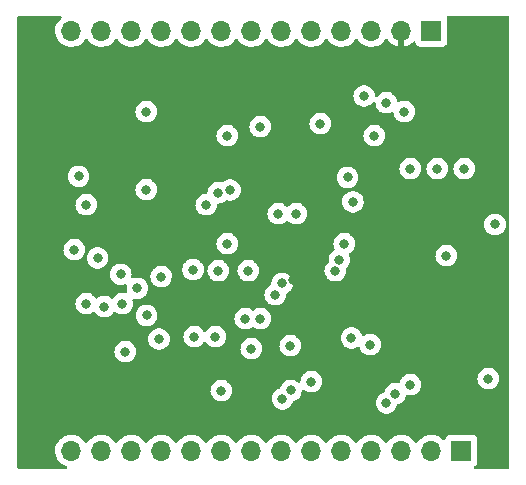
<source format=gbr>
%TF.GenerationSoftware,KiCad,Pcbnew,(6.0.0-0)*%
%TF.CreationDate,2022-01-18T20:41:06-05:00*%
%TF.ProjectId,Flags Register,466c6167-7320-4526-9567-69737465722e,rev?*%
%TF.SameCoordinates,Original*%
%TF.FileFunction,Copper,L3,Inr*%
%TF.FilePolarity,Positive*%
%FSLAX46Y46*%
G04 Gerber Fmt 4.6, Leading zero omitted, Abs format (unit mm)*
G04 Created by KiCad (PCBNEW (6.0.0-0)) date 2022-01-18 20:41:06*
%MOMM*%
%LPD*%
G01*
G04 APERTURE LIST*
%TA.AperFunction,ComponentPad*%
%ADD10R,1.700000X1.700000*%
%TD*%
%TA.AperFunction,ComponentPad*%
%ADD11O,1.700000X1.700000*%
%TD*%
%TA.AperFunction,ViaPad*%
%ADD12C,0.800000*%
%TD*%
G04 APERTURE END LIST*
D10*
%TO.N,BUS0*%
%TO.C,J2*%
X86106000Y-119888000D03*
D11*
%TO.N,BUS1*%
X83566000Y-119888000D03*
%TO.N,BUS2*%
X81026000Y-119888000D03*
%TO.N,BUS3*%
X78486000Y-119888000D03*
%TO.N,B7*%
X75946000Y-119888000D03*
%TO.N,A7*%
X73406000Y-119888000D03*
%TO.N,RES7*%
X70866000Y-119888000D03*
%TO.N,RES6*%
X68326000Y-119888000D03*
%TO.N,RES5*%
X65786000Y-119888000D03*
%TO.N,RES4*%
X63246000Y-119888000D03*
%TO.N,RES3*%
X60706000Y-119888000D03*
%TO.N,RES2*%
X58166000Y-119888000D03*
%TO.N,RES1*%
X55626000Y-119888000D03*
%TO.N,RES0*%
X53086000Y-119888000D03*
%TD*%
D10*
%TO.N,GND*%
%TO.C,J1*%
X83566000Y-84328000D03*
D11*
%TO.N,VCC*%
X81026000Y-84328000D03*
%TO.N,RESET*%
X78486000Y-84328000D03*
%TO.N,ZF*%
X75946000Y-84328000D03*
%TO.N,OF*%
X73406000Y-84328000D03*
%TO.N,SF*%
X70866000Y-84328000D03*
%TO.N,CF*%
X68326000Y-84328000D03*
%TO.N,~{LATCH_FLAGS}*%
X65786000Y-84328000D03*
%TO.N,CLOCK*%
X63246000Y-84328000D03*
%TO.N,RESTORE_FLAGS*%
X60706000Y-84328000D03*
%TO.N,ARITHMETIC_CARRY_OUT*%
X58166000Y-84328000D03*
%TO.N,LOGICAL_CARRY_OUT*%
X55626000Y-84328000D03*
%TO.N,~{FLAG_OUT}*%
X53086000Y-84328000D03*
%TD*%
D12*
%TO.N,GND*%
X53706000Y-96662000D03*
X59436000Y-97790000D03*
X54356000Y-99060000D03*
X88961990Y-100734500D03*
X68326000Y-111252000D03*
X84836000Y-103378000D03*
X76934000Y-98813488D03*
X71628000Y-110998000D03*
X66294000Y-102362000D03*
X57658000Y-111506000D03*
X76484000Y-96744000D03*
X63399000Y-104547000D03*
X78387750Y-110899750D03*
%TO.N,VCC*%
X51246010Y-105664000D03*
X80264000Y-103378000D03*
X52832000Y-93218000D03*
X71882000Y-105410000D03*
X70104000Y-93218000D03*
X61923392Y-105383427D03*
X88646000Y-108966000D03*
X59436000Y-93218000D03*
%TO.N,RESTORE_FLAGS*%
X60706000Y-105156000D03*
%TO.N,CLOCK*%
X76809000Y-110337000D03*
%TO.N,CF*%
X78740000Y-93218000D03*
%TO.N,SF*%
X86360000Y-96012000D03*
X77878490Y-89848155D03*
%TO.N,OF*%
X84074000Y-96012000D03*
X79756000Y-90424000D03*
%TO.N,ZF*%
X81280000Y-91186000D03*
X81788000Y-96012000D03*
%TO.N,RESET*%
X69088000Y-92456000D03*
%TO.N,RES4*%
X57404000Y-107442000D03*
%TO.N,RES5*%
X59461834Y-108432166D03*
X55880000Y-107696000D03*
%TO.N,RES6*%
X54356000Y-107442000D03*
X60514231Y-110422695D03*
%TO.N,RES7*%
X53340000Y-102870000D03*
X70358000Y-106680000D03*
X65278000Y-110236000D03*
%TO.N,A7*%
X70933305Y-105726231D03*
%TO.N,B7*%
X72136000Y-99822000D03*
%TO.N,BUS3*%
X67818000Y-108712000D03*
X70964995Y-115497041D03*
%TO.N,BUS2*%
X69088000Y-108712000D03*
X71672110Y-114789926D03*
X79771832Y-115839832D03*
%TO.N,BUS1*%
X80518000Y-115062000D03*
%TO.N,BUS0*%
X65786000Y-114808000D03*
X81788000Y-114300000D03*
X73406000Y-114046000D03*
%TO.N,MUX_OVERFLOW*%
X68072000Y-104648000D03*
X75438000Y-104648000D03*
%TO.N,MUX_ZERO*%
X65532000Y-104648000D03*
X75779616Y-103708147D03*
%TO.N,~{FLAG_OUT}*%
X59436000Y-91186000D03*
X74168000Y-92202000D03*
X88392000Y-113792000D03*
%TO.N,Net-(U35-Pad3)*%
X55320105Y-103570010D03*
X63500000Y-110236000D03*
%TO.N,Net-(U36-Pad10)*%
X57277760Y-104948703D03*
X58685899Y-106132230D03*
%TO.N,Net-(U37-Pad13)*%
X76200000Y-102362000D03*
X65532000Y-98044000D03*
%TO.N,Net-(U37-Pad12)*%
X66523500Y-97814500D03*
X70612000Y-99822000D03*
%TO.N,Net-(U37-Pad3)*%
X64516000Y-99060000D03*
X66294000Y-93218000D03*
%TD*%
%TA.AperFunction,Conductor*%
%TO.N,VCC*%
G36*
X52205232Y-83078002D02*
G01*
X52251725Y-83131658D01*
X52261829Y-83201932D01*
X52232335Y-83266512D01*
X52212766Y-83284758D01*
X52180965Y-83308635D01*
X52026629Y-83470138D01*
X51900743Y-83654680D01*
X51806688Y-83857305D01*
X51746989Y-84072570D01*
X51723251Y-84294695D01*
X51736110Y-84517715D01*
X51737247Y-84522761D01*
X51737248Y-84522767D01*
X51758275Y-84616069D01*
X51785222Y-84735639D01*
X51869266Y-84942616D01*
X51920942Y-85026944D01*
X51983291Y-85128688D01*
X51985987Y-85133088D01*
X52132250Y-85301938D01*
X52304126Y-85444632D01*
X52497000Y-85557338D01*
X52705692Y-85637030D01*
X52710760Y-85638061D01*
X52710763Y-85638062D01*
X52805862Y-85657410D01*
X52924597Y-85681567D01*
X52929772Y-85681757D01*
X52929774Y-85681757D01*
X53142673Y-85689564D01*
X53142677Y-85689564D01*
X53147837Y-85689753D01*
X53152957Y-85689097D01*
X53152959Y-85689097D01*
X53364288Y-85662025D01*
X53364289Y-85662025D01*
X53369416Y-85661368D01*
X53374366Y-85659883D01*
X53578429Y-85598661D01*
X53578434Y-85598659D01*
X53583384Y-85597174D01*
X53783994Y-85498896D01*
X53965860Y-85369173D01*
X54124096Y-85211489D01*
X54183594Y-85128689D01*
X54254453Y-85030077D01*
X54255776Y-85031028D01*
X54302645Y-84987857D01*
X54372580Y-84975625D01*
X54438026Y-85003144D01*
X54465875Y-85034994D01*
X54525987Y-85133088D01*
X54672250Y-85301938D01*
X54844126Y-85444632D01*
X55037000Y-85557338D01*
X55245692Y-85637030D01*
X55250760Y-85638061D01*
X55250763Y-85638062D01*
X55345862Y-85657410D01*
X55464597Y-85681567D01*
X55469772Y-85681757D01*
X55469774Y-85681757D01*
X55682673Y-85689564D01*
X55682677Y-85689564D01*
X55687837Y-85689753D01*
X55692957Y-85689097D01*
X55692959Y-85689097D01*
X55904288Y-85662025D01*
X55904289Y-85662025D01*
X55909416Y-85661368D01*
X55914366Y-85659883D01*
X56118429Y-85598661D01*
X56118434Y-85598659D01*
X56123384Y-85597174D01*
X56323994Y-85498896D01*
X56505860Y-85369173D01*
X56664096Y-85211489D01*
X56723594Y-85128689D01*
X56794453Y-85030077D01*
X56795776Y-85031028D01*
X56842645Y-84987857D01*
X56912580Y-84975625D01*
X56978026Y-85003144D01*
X57005875Y-85034994D01*
X57065987Y-85133088D01*
X57212250Y-85301938D01*
X57384126Y-85444632D01*
X57577000Y-85557338D01*
X57785692Y-85637030D01*
X57790760Y-85638061D01*
X57790763Y-85638062D01*
X57885862Y-85657410D01*
X58004597Y-85681567D01*
X58009772Y-85681757D01*
X58009774Y-85681757D01*
X58222673Y-85689564D01*
X58222677Y-85689564D01*
X58227837Y-85689753D01*
X58232957Y-85689097D01*
X58232959Y-85689097D01*
X58444288Y-85662025D01*
X58444289Y-85662025D01*
X58449416Y-85661368D01*
X58454366Y-85659883D01*
X58658429Y-85598661D01*
X58658434Y-85598659D01*
X58663384Y-85597174D01*
X58863994Y-85498896D01*
X59045860Y-85369173D01*
X59204096Y-85211489D01*
X59263594Y-85128689D01*
X59334453Y-85030077D01*
X59335776Y-85031028D01*
X59382645Y-84987857D01*
X59452580Y-84975625D01*
X59518026Y-85003144D01*
X59545875Y-85034994D01*
X59605987Y-85133088D01*
X59752250Y-85301938D01*
X59924126Y-85444632D01*
X60117000Y-85557338D01*
X60325692Y-85637030D01*
X60330760Y-85638061D01*
X60330763Y-85638062D01*
X60425862Y-85657410D01*
X60544597Y-85681567D01*
X60549772Y-85681757D01*
X60549774Y-85681757D01*
X60762673Y-85689564D01*
X60762677Y-85689564D01*
X60767837Y-85689753D01*
X60772957Y-85689097D01*
X60772959Y-85689097D01*
X60984288Y-85662025D01*
X60984289Y-85662025D01*
X60989416Y-85661368D01*
X60994366Y-85659883D01*
X61198429Y-85598661D01*
X61198434Y-85598659D01*
X61203384Y-85597174D01*
X61403994Y-85498896D01*
X61585860Y-85369173D01*
X61744096Y-85211489D01*
X61803594Y-85128689D01*
X61874453Y-85030077D01*
X61875776Y-85031028D01*
X61922645Y-84987857D01*
X61992580Y-84975625D01*
X62058026Y-85003144D01*
X62085875Y-85034994D01*
X62145987Y-85133088D01*
X62292250Y-85301938D01*
X62464126Y-85444632D01*
X62657000Y-85557338D01*
X62865692Y-85637030D01*
X62870760Y-85638061D01*
X62870763Y-85638062D01*
X62965862Y-85657410D01*
X63084597Y-85681567D01*
X63089772Y-85681757D01*
X63089774Y-85681757D01*
X63302673Y-85689564D01*
X63302677Y-85689564D01*
X63307837Y-85689753D01*
X63312957Y-85689097D01*
X63312959Y-85689097D01*
X63524288Y-85662025D01*
X63524289Y-85662025D01*
X63529416Y-85661368D01*
X63534366Y-85659883D01*
X63738429Y-85598661D01*
X63738434Y-85598659D01*
X63743384Y-85597174D01*
X63943994Y-85498896D01*
X64125860Y-85369173D01*
X64284096Y-85211489D01*
X64343594Y-85128689D01*
X64414453Y-85030077D01*
X64415776Y-85031028D01*
X64462645Y-84987857D01*
X64532580Y-84975625D01*
X64598026Y-85003144D01*
X64625875Y-85034994D01*
X64685987Y-85133088D01*
X64832250Y-85301938D01*
X65004126Y-85444632D01*
X65197000Y-85557338D01*
X65405692Y-85637030D01*
X65410760Y-85638061D01*
X65410763Y-85638062D01*
X65505862Y-85657410D01*
X65624597Y-85681567D01*
X65629772Y-85681757D01*
X65629774Y-85681757D01*
X65842673Y-85689564D01*
X65842677Y-85689564D01*
X65847837Y-85689753D01*
X65852957Y-85689097D01*
X65852959Y-85689097D01*
X66064288Y-85662025D01*
X66064289Y-85662025D01*
X66069416Y-85661368D01*
X66074366Y-85659883D01*
X66278429Y-85598661D01*
X66278434Y-85598659D01*
X66283384Y-85597174D01*
X66483994Y-85498896D01*
X66665860Y-85369173D01*
X66824096Y-85211489D01*
X66883594Y-85128689D01*
X66954453Y-85030077D01*
X66955776Y-85031028D01*
X67002645Y-84987857D01*
X67072580Y-84975625D01*
X67138026Y-85003144D01*
X67165875Y-85034994D01*
X67225987Y-85133088D01*
X67372250Y-85301938D01*
X67544126Y-85444632D01*
X67737000Y-85557338D01*
X67945692Y-85637030D01*
X67950760Y-85638061D01*
X67950763Y-85638062D01*
X68045862Y-85657410D01*
X68164597Y-85681567D01*
X68169772Y-85681757D01*
X68169774Y-85681757D01*
X68382673Y-85689564D01*
X68382677Y-85689564D01*
X68387837Y-85689753D01*
X68392957Y-85689097D01*
X68392959Y-85689097D01*
X68604288Y-85662025D01*
X68604289Y-85662025D01*
X68609416Y-85661368D01*
X68614366Y-85659883D01*
X68818429Y-85598661D01*
X68818434Y-85598659D01*
X68823384Y-85597174D01*
X69023994Y-85498896D01*
X69205860Y-85369173D01*
X69364096Y-85211489D01*
X69423594Y-85128689D01*
X69494453Y-85030077D01*
X69495776Y-85031028D01*
X69542645Y-84987857D01*
X69612580Y-84975625D01*
X69678026Y-85003144D01*
X69705875Y-85034994D01*
X69765987Y-85133088D01*
X69912250Y-85301938D01*
X70084126Y-85444632D01*
X70277000Y-85557338D01*
X70485692Y-85637030D01*
X70490760Y-85638061D01*
X70490763Y-85638062D01*
X70585862Y-85657410D01*
X70704597Y-85681567D01*
X70709772Y-85681757D01*
X70709774Y-85681757D01*
X70922673Y-85689564D01*
X70922677Y-85689564D01*
X70927837Y-85689753D01*
X70932957Y-85689097D01*
X70932959Y-85689097D01*
X71144288Y-85662025D01*
X71144289Y-85662025D01*
X71149416Y-85661368D01*
X71154366Y-85659883D01*
X71358429Y-85598661D01*
X71358434Y-85598659D01*
X71363384Y-85597174D01*
X71563994Y-85498896D01*
X71745860Y-85369173D01*
X71904096Y-85211489D01*
X71963594Y-85128689D01*
X72034453Y-85030077D01*
X72035776Y-85031028D01*
X72082645Y-84987857D01*
X72152580Y-84975625D01*
X72218026Y-85003144D01*
X72245875Y-85034994D01*
X72305987Y-85133088D01*
X72452250Y-85301938D01*
X72624126Y-85444632D01*
X72817000Y-85557338D01*
X73025692Y-85637030D01*
X73030760Y-85638061D01*
X73030763Y-85638062D01*
X73125862Y-85657410D01*
X73244597Y-85681567D01*
X73249772Y-85681757D01*
X73249774Y-85681757D01*
X73462673Y-85689564D01*
X73462677Y-85689564D01*
X73467837Y-85689753D01*
X73472957Y-85689097D01*
X73472959Y-85689097D01*
X73684288Y-85662025D01*
X73684289Y-85662025D01*
X73689416Y-85661368D01*
X73694366Y-85659883D01*
X73898429Y-85598661D01*
X73898434Y-85598659D01*
X73903384Y-85597174D01*
X74103994Y-85498896D01*
X74285860Y-85369173D01*
X74444096Y-85211489D01*
X74503594Y-85128689D01*
X74574453Y-85030077D01*
X74575776Y-85031028D01*
X74622645Y-84987857D01*
X74692580Y-84975625D01*
X74758026Y-85003144D01*
X74785875Y-85034994D01*
X74845987Y-85133088D01*
X74992250Y-85301938D01*
X75164126Y-85444632D01*
X75357000Y-85557338D01*
X75565692Y-85637030D01*
X75570760Y-85638061D01*
X75570763Y-85638062D01*
X75665862Y-85657410D01*
X75784597Y-85681567D01*
X75789772Y-85681757D01*
X75789774Y-85681757D01*
X76002673Y-85689564D01*
X76002677Y-85689564D01*
X76007837Y-85689753D01*
X76012957Y-85689097D01*
X76012959Y-85689097D01*
X76224288Y-85662025D01*
X76224289Y-85662025D01*
X76229416Y-85661368D01*
X76234366Y-85659883D01*
X76438429Y-85598661D01*
X76438434Y-85598659D01*
X76443384Y-85597174D01*
X76643994Y-85498896D01*
X76825860Y-85369173D01*
X76984096Y-85211489D01*
X77043594Y-85128689D01*
X77114453Y-85030077D01*
X77115776Y-85031028D01*
X77162645Y-84987857D01*
X77232580Y-84975625D01*
X77298026Y-85003144D01*
X77325875Y-85034994D01*
X77385987Y-85133088D01*
X77532250Y-85301938D01*
X77704126Y-85444632D01*
X77897000Y-85557338D01*
X78105692Y-85637030D01*
X78110760Y-85638061D01*
X78110763Y-85638062D01*
X78205862Y-85657410D01*
X78324597Y-85681567D01*
X78329772Y-85681757D01*
X78329774Y-85681757D01*
X78542673Y-85689564D01*
X78542677Y-85689564D01*
X78547837Y-85689753D01*
X78552957Y-85689097D01*
X78552959Y-85689097D01*
X78764288Y-85662025D01*
X78764289Y-85662025D01*
X78769416Y-85661368D01*
X78774366Y-85659883D01*
X78978429Y-85598661D01*
X78978434Y-85598659D01*
X78983384Y-85597174D01*
X79183994Y-85498896D01*
X79365860Y-85369173D01*
X79524096Y-85211489D01*
X79583594Y-85128689D01*
X79654453Y-85030077D01*
X79655640Y-85030930D01*
X79702960Y-84987362D01*
X79772897Y-84975145D01*
X79838338Y-85002678D01*
X79866166Y-85034511D01*
X79923694Y-85128388D01*
X79929777Y-85136699D01*
X80069213Y-85297667D01*
X80076580Y-85304883D01*
X80240434Y-85440916D01*
X80248881Y-85446831D01*
X80432756Y-85554279D01*
X80442042Y-85558729D01*
X80641001Y-85634703D01*
X80650899Y-85637579D01*
X80754250Y-85658606D01*
X80768299Y-85657410D01*
X80772000Y-85647065D01*
X80772000Y-84200000D01*
X80792002Y-84131879D01*
X80845658Y-84085386D01*
X80898000Y-84074000D01*
X81154000Y-84074000D01*
X81222121Y-84094002D01*
X81268614Y-84147658D01*
X81280000Y-84200000D01*
X81280000Y-85646517D01*
X81284064Y-85660359D01*
X81297478Y-85662393D01*
X81304184Y-85661534D01*
X81314262Y-85659392D01*
X81518255Y-85598191D01*
X81527842Y-85594433D01*
X81719095Y-85500739D01*
X81727945Y-85495464D01*
X81901328Y-85371792D01*
X81909193Y-85365145D01*
X82013897Y-85260805D01*
X82076268Y-85226889D01*
X82147075Y-85232077D01*
X82203837Y-85274723D01*
X82220819Y-85305826D01*
X82265385Y-85424705D01*
X82352739Y-85541261D01*
X82469295Y-85628615D01*
X82605684Y-85679745D01*
X82667866Y-85686500D01*
X84464134Y-85686500D01*
X84526316Y-85679745D01*
X84662705Y-85628615D01*
X84779261Y-85541261D01*
X84866615Y-85424705D01*
X84917745Y-85288316D01*
X84924500Y-85226134D01*
X84924500Y-83429866D01*
X84917745Y-83367684D01*
X84866615Y-83231295D01*
X84869289Y-83230292D01*
X84857230Y-83175150D01*
X84881968Y-83108602D01*
X84938757Y-83065993D01*
X84982919Y-83058000D01*
X90044000Y-83058000D01*
X90112121Y-83078002D01*
X90158614Y-83131658D01*
X90170000Y-83184000D01*
X90170000Y-121286000D01*
X90149998Y-121354121D01*
X90096342Y-121400614D01*
X90044000Y-121412000D01*
X87282861Y-121412000D01*
X87214740Y-121391998D01*
X87168247Y-121338342D01*
X87158143Y-121268068D01*
X87187637Y-121203488D01*
X87207296Y-121185174D01*
X87229825Y-121168290D01*
X87319261Y-121101261D01*
X87406615Y-120984705D01*
X87457745Y-120848316D01*
X87464500Y-120786134D01*
X87464500Y-118989866D01*
X87457745Y-118927684D01*
X87406615Y-118791295D01*
X87319261Y-118674739D01*
X87202705Y-118587385D01*
X87066316Y-118536255D01*
X87004134Y-118529500D01*
X85207866Y-118529500D01*
X85145684Y-118536255D01*
X85009295Y-118587385D01*
X84892739Y-118674739D01*
X84805385Y-118791295D01*
X84802233Y-118799703D01*
X84760919Y-118909907D01*
X84718277Y-118966671D01*
X84651716Y-118991371D01*
X84582367Y-118976163D01*
X84549743Y-118950476D01*
X84499151Y-118894875D01*
X84499142Y-118894866D01*
X84495670Y-118891051D01*
X84491619Y-118887852D01*
X84491615Y-118887848D01*
X84324414Y-118755800D01*
X84324410Y-118755798D01*
X84320359Y-118752598D01*
X84124789Y-118644638D01*
X84119920Y-118642914D01*
X84119916Y-118642912D01*
X83919087Y-118571795D01*
X83919083Y-118571794D01*
X83914212Y-118570069D01*
X83909119Y-118569162D01*
X83909116Y-118569161D01*
X83699373Y-118531800D01*
X83699367Y-118531799D01*
X83694284Y-118530894D01*
X83620452Y-118529992D01*
X83476081Y-118528228D01*
X83476079Y-118528228D01*
X83470911Y-118528165D01*
X83250091Y-118561955D01*
X83037756Y-118631357D01*
X82839607Y-118734507D01*
X82835474Y-118737610D01*
X82835471Y-118737612D01*
X82665100Y-118865530D01*
X82660965Y-118868635D01*
X82621525Y-118909907D01*
X82567280Y-118966671D01*
X82506629Y-119030138D01*
X82399201Y-119187621D01*
X82344293Y-119232621D01*
X82273768Y-119240792D01*
X82210021Y-119209538D01*
X82189324Y-119185054D01*
X82108822Y-119060617D01*
X82108820Y-119060614D01*
X82106014Y-119056277D01*
X81955670Y-118891051D01*
X81951619Y-118887852D01*
X81951615Y-118887848D01*
X81784414Y-118755800D01*
X81784410Y-118755798D01*
X81780359Y-118752598D01*
X81584789Y-118644638D01*
X81579920Y-118642914D01*
X81579916Y-118642912D01*
X81379087Y-118571795D01*
X81379083Y-118571794D01*
X81374212Y-118570069D01*
X81369119Y-118569162D01*
X81369116Y-118569161D01*
X81159373Y-118531800D01*
X81159367Y-118531799D01*
X81154284Y-118530894D01*
X81080452Y-118529992D01*
X80936081Y-118528228D01*
X80936079Y-118528228D01*
X80930911Y-118528165D01*
X80710091Y-118561955D01*
X80497756Y-118631357D01*
X80299607Y-118734507D01*
X80295474Y-118737610D01*
X80295471Y-118737612D01*
X80125100Y-118865530D01*
X80120965Y-118868635D01*
X80081525Y-118909907D01*
X80027280Y-118966671D01*
X79966629Y-119030138D01*
X79859201Y-119187621D01*
X79804293Y-119232621D01*
X79733768Y-119240792D01*
X79670021Y-119209538D01*
X79649324Y-119185054D01*
X79568822Y-119060617D01*
X79568820Y-119060614D01*
X79566014Y-119056277D01*
X79415670Y-118891051D01*
X79411619Y-118887852D01*
X79411615Y-118887848D01*
X79244414Y-118755800D01*
X79244410Y-118755798D01*
X79240359Y-118752598D01*
X79044789Y-118644638D01*
X79039920Y-118642914D01*
X79039916Y-118642912D01*
X78839087Y-118571795D01*
X78839083Y-118571794D01*
X78834212Y-118570069D01*
X78829119Y-118569162D01*
X78829116Y-118569161D01*
X78619373Y-118531800D01*
X78619367Y-118531799D01*
X78614284Y-118530894D01*
X78540452Y-118529992D01*
X78396081Y-118528228D01*
X78396079Y-118528228D01*
X78390911Y-118528165D01*
X78170091Y-118561955D01*
X77957756Y-118631357D01*
X77759607Y-118734507D01*
X77755474Y-118737610D01*
X77755471Y-118737612D01*
X77585100Y-118865530D01*
X77580965Y-118868635D01*
X77541525Y-118909907D01*
X77487280Y-118966671D01*
X77426629Y-119030138D01*
X77319201Y-119187621D01*
X77264293Y-119232621D01*
X77193768Y-119240792D01*
X77130021Y-119209538D01*
X77109324Y-119185054D01*
X77028822Y-119060617D01*
X77028820Y-119060614D01*
X77026014Y-119056277D01*
X76875670Y-118891051D01*
X76871619Y-118887852D01*
X76871615Y-118887848D01*
X76704414Y-118755800D01*
X76704410Y-118755798D01*
X76700359Y-118752598D01*
X76504789Y-118644638D01*
X76499920Y-118642914D01*
X76499916Y-118642912D01*
X76299087Y-118571795D01*
X76299083Y-118571794D01*
X76294212Y-118570069D01*
X76289119Y-118569162D01*
X76289116Y-118569161D01*
X76079373Y-118531800D01*
X76079367Y-118531799D01*
X76074284Y-118530894D01*
X76000452Y-118529992D01*
X75856081Y-118528228D01*
X75856079Y-118528228D01*
X75850911Y-118528165D01*
X75630091Y-118561955D01*
X75417756Y-118631357D01*
X75219607Y-118734507D01*
X75215474Y-118737610D01*
X75215471Y-118737612D01*
X75045100Y-118865530D01*
X75040965Y-118868635D01*
X75001525Y-118909907D01*
X74947280Y-118966671D01*
X74886629Y-119030138D01*
X74779201Y-119187621D01*
X74724293Y-119232621D01*
X74653768Y-119240792D01*
X74590021Y-119209538D01*
X74569324Y-119185054D01*
X74488822Y-119060617D01*
X74488820Y-119060614D01*
X74486014Y-119056277D01*
X74335670Y-118891051D01*
X74331619Y-118887852D01*
X74331615Y-118887848D01*
X74164414Y-118755800D01*
X74164410Y-118755798D01*
X74160359Y-118752598D01*
X73964789Y-118644638D01*
X73959920Y-118642914D01*
X73959916Y-118642912D01*
X73759087Y-118571795D01*
X73759083Y-118571794D01*
X73754212Y-118570069D01*
X73749119Y-118569162D01*
X73749116Y-118569161D01*
X73539373Y-118531800D01*
X73539367Y-118531799D01*
X73534284Y-118530894D01*
X73460452Y-118529992D01*
X73316081Y-118528228D01*
X73316079Y-118528228D01*
X73310911Y-118528165D01*
X73090091Y-118561955D01*
X72877756Y-118631357D01*
X72679607Y-118734507D01*
X72675474Y-118737610D01*
X72675471Y-118737612D01*
X72505100Y-118865530D01*
X72500965Y-118868635D01*
X72461525Y-118909907D01*
X72407280Y-118966671D01*
X72346629Y-119030138D01*
X72239201Y-119187621D01*
X72184293Y-119232621D01*
X72113768Y-119240792D01*
X72050021Y-119209538D01*
X72029324Y-119185054D01*
X71948822Y-119060617D01*
X71948820Y-119060614D01*
X71946014Y-119056277D01*
X71795670Y-118891051D01*
X71791619Y-118887852D01*
X71791615Y-118887848D01*
X71624414Y-118755800D01*
X71624410Y-118755798D01*
X71620359Y-118752598D01*
X71424789Y-118644638D01*
X71419920Y-118642914D01*
X71419916Y-118642912D01*
X71219087Y-118571795D01*
X71219083Y-118571794D01*
X71214212Y-118570069D01*
X71209119Y-118569162D01*
X71209116Y-118569161D01*
X70999373Y-118531800D01*
X70999367Y-118531799D01*
X70994284Y-118530894D01*
X70920452Y-118529992D01*
X70776081Y-118528228D01*
X70776079Y-118528228D01*
X70770911Y-118528165D01*
X70550091Y-118561955D01*
X70337756Y-118631357D01*
X70139607Y-118734507D01*
X70135474Y-118737610D01*
X70135471Y-118737612D01*
X69965100Y-118865530D01*
X69960965Y-118868635D01*
X69921525Y-118909907D01*
X69867280Y-118966671D01*
X69806629Y-119030138D01*
X69699201Y-119187621D01*
X69644293Y-119232621D01*
X69573768Y-119240792D01*
X69510021Y-119209538D01*
X69489324Y-119185054D01*
X69408822Y-119060617D01*
X69408820Y-119060614D01*
X69406014Y-119056277D01*
X69255670Y-118891051D01*
X69251619Y-118887852D01*
X69251615Y-118887848D01*
X69084414Y-118755800D01*
X69084410Y-118755798D01*
X69080359Y-118752598D01*
X68884789Y-118644638D01*
X68879920Y-118642914D01*
X68879916Y-118642912D01*
X68679087Y-118571795D01*
X68679083Y-118571794D01*
X68674212Y-118570069D01*
X68669119Y-118569162D01*
X68669116Y-118569161D01*
X68459373Y-118531800D01*
X68459367Y-118531799D01*
X68454284Y-118530894D01*
X68380452Y-118529992D01*
X68236081Y-118528228D01*
X68236079Y-118528228D01*
X68230911Y-118528165D01*
X68010091Y-118561955D01*
X67797756Y-118631357D01*
X67599607Y-118734507D01*
X67595474Y-118737610D01*
X67595471Y-118737612D01*
X67425100Y-118865530D01*
X67420965Y-118868635D01*
X67381525Y-118909907D01*
X67327280Y-118966671D01*
X67266629Y-119030138D01*
X67159201Y-119187621D01*
X67104293Y-119232621D01*
X67033768Y-119240792D01*
X66970021Y-119209538D01*
X66949324Y-119185054D01*
X66868822Y-119060617D01*
X66868820Y-119060614D01*
X66866014Y-119056277D01*
X66715670Y-118891051D01*
X66711619Y-118887852D01*
X66711615Y-118887848D01*
X66544414Y-118755800D01*
X66544410Y-118755798D01*
X66540359Y-118752598D01*
X66344789Y-118644638D01*
X66339920Y-118642914D01*
X66339916Y-118642912D01*
X66139087Y-118571795D01*
X66139083Y-118571794D01*
X66134212Y-118570069D01*
X66129119Y-118569162D01*
X66129116Y-118569161D01*
X65919373Y-118531800D01*
X65919367Y-118531799D01*
X65914284Y-118530894D01*
X65840452Y-118529992D01*
X65696081Y-118528228D01*
X65696079Y-118528228D01*
X65690911Y-118528165D01*
X65470091Y-118561955D01*
X65257756Y-118631357D01*
X65059607Y-118734507D01*
X65055474Y-118737610D01*
X65055471Y-118737612D01*
X64885100Y-118865530D01*
X64880965Y-118868635D01*
X64841525Y-118909907D01*
X64787280Y-118966671D01*
X64726629Y-119030138D01*
X64619201Y-119187621D01*
X64564293Y-119232621D01*
X64493768Y-119240792D01*
X64430021Y-119209538D01*
X64409324Y-119185054D01*
X64328822Y-119060617D01*
X64328820Y-119060614D01*
X64326014Y-119056277D01*
X64175670Y-118891051D01*
X64171619Y-118887852D01*
X64171615Y-118887848D01*
X64004414Y-118755800D01*
X64004410Y-118755798D01*
X64000359Y-118752598D01*
X63804789Y-118644638D01*
X63799920Y-118642914D01*
X63799916Y-118642912D01*
X63599087Y-118571795D01*
X63599083Y-118571794D01*
X63594212Y-118570069D01*
X63589119Y-118569162D01*
X63589116Y-118569161D01*
X63379373Y-118531800D01*
X63379367Y-118531799D01*
X63374284Y-118530894D01*
X63300452Y-118529992D01*
X63156081Y-118528228D01*
X63156079Y-118528228D01*
X63150911Y-118528165D01*
X62930091Y-118561955D01*
X62717756Y-118631357D01*
X62519607Y-118734507D01*
X62515474Y-118737610D01*
X62515471Y-118737612D01*
X62345100Y-118865530D01*
X62340965Y-118868635D01*
X62301525Y-118909907D01*
X62247280Y-118966671D01*
X62186629Y-119030138D01*
X62079201Y-119187621D01*
X62024293Y-119232621D01*
X61953768Y-119240792D01*
X61890021Y-119209538D01*
X61869324Y-119185054D01*
X61788822Y-119060617D01*
X61788820Y-119060614D01*
X61786014Y-119056277D01*
X61635670Y-118891051D01*
X61631619Y-118887852D01*
X61631615Y-118887848D01*
X61464414Y-118755800D01*
X61464410Y-118755798D01*
X61460359Y-118752598D01*
X61264789Y-118644638D01*
X61259920Y-118642914D01*
X61259916Y-118642912D01*
X61059087Y-118571795D01*
X61059083Y-118571794D01*
X61054212Y-118570069D01*
X61049119Y-118569162D01*
X61049116Y-118569161D01*
X60839373Y-118531800D01*
X60839367Y-118531799D01*
X60834284Y-118530894D01*
X60760452Y-118529992D01*
X60616081Y-118528228D01*
X60616079Y-118528228D01*
X60610911Y-118528165D01*
X60390091Y-118561955D01*
X60177756Y-118631357D01*
X59979607Y-118734507D01*
X59975474Y-118737610D01*
X59975471Y-118737612D01*
X59805100Y-118865530D01*
X59800965Y-118868635D01*
X59761525Y-118909907D01*
X59707280Y-118966671D01*
X59646629Y-119030138D01*
X59539201Y-119187621D01*
X59484293Y-119232621D01*
X59413768Y-119240792D01*
X59350021Y-119209538D01*
X59329324Y-119185054D01*
X59248822Y-119060617D01*
X59248820Y-119060614D01*
X59246014Y-119056277D01*
X59095670Y-118891051D01*
X59091619Y-118887852D01*
X59091615Y-118887848D01*
X58924414Y-118755800D01*
X58924410Y-118755798D01*
X58920359Y-118752598D01*
X58724789Y-118644638D01*
X58719920Y-118642914D01*
X58719916Y-118642912D01*
X58519087Y-118571795D01*
X58519083Y-118571794D01*
X58514212Y-118570069D01*
X58509119Y-118569162D01*
X58509116Y-118569161D01*
X58299373Y-118531800D01*
X58299367Y-118531799D01*
X58294284Y-118530894D01*
X58220452Y-118529992D01*
X58076081Y-118528228D01*
X58076079Y-118528228D01*
X58070911Y-118528165D01*
X57850091Y-118561955D01*
X57637756Y-118631357D01*
X57439607Y-118734507D01*
X57435474Y-118737610D01*
X57435471Y-118737612D01*
X57265100Y-118865530D01*
X57260965Y-118868635D01*
X57221525Y-118909907D01*
X57167280Y-118966671D01*
X57106629Y-119030138D01*
X56999201Y-119187621D01*
X56944293Y-119232621D01*
X56873768Y-119240792D01*
X56810021Y-119209538D01*
X56789324Y-119185054D01*
X56708822Y-119060617D01*
X56708820Y-119060614D01*
X56706014Y-119056277D01*
X56555670Y-118891051D01*
X56551619Y-118887852D01*
X56551615Y-118887848D01*
X56384414Y-118755800D01*
X56384410Y-118755798D01*
X56380359Y-118752598D01*
X56184789Y-118644638D01*
X56179920Y-118642914D01*
X56179916Y-118642912D01*
X55979087Y-118571795D01*
X55979083Y-118571794D01*
X55974212Y-118570069D01*
X55969119Y-118569162D01*
X55969116Y-118569161D01*
X55759373Y-118531800D01*
X55759367Y-118531799D01*
X55754284Y-118530894D01*
X55680452Y-118529992D01*
X55536081Y-118528228D01*
X55536079Y-118528228D01*
X55530911Y-118528165D01*
X55310091Y-118561955D01*
X55097756Y-118631357D01*
X54899607Y-118734507D01*
X54895474Y-118737610D01*
X54895471Y-118737612D01*
X54725100Y-118865530D01*
X54720965Y-118868635D01*
X54681525Y-118909907D01*
X54627280Y-118966671D01*
X54566629Y-119030138D01*
X54459201Y-119187621D01*
X54404293Y-119232621D01*
X54333768Y-119240792D01*
X54270021Y-119209538D01*
X54249324Y-119185054D01*
X54168822Y-119060617D01*
X54168820Y-119060614D01*
X54166014Y-119056277D01*
X54015670Y-118891051D01*
X54011619Y-118887852D01*
X54011615Y-118887848D01*
X53844414Y-118755800D01*
X53844410Y-118755798D01*
X53840359Y-118752598D01*
X53644789Y-118644638D01*
X53639920Y-118642914D01*
X53639916Y-118642912D01*
X53439087Y-118571795D01*
X53439083Y-118571794D01*
X53434212Y-118570069D01*
X53429119Y-118569162D01*
X53429116Y-118569161D01*
X53219373Y-118531800D01*
X53219367Y-118531799D01*
X53214284Y-118530894D01*
X53140452Y-118529992D01*
X52996081Y-118528228D01*
X52996079Y-118528228D01*
X52990911Y-118528165D01*
X52770091Y-118561955D01*
X52557756Y-118631357D01*
X52359607Y-118734507D01*
X52355474Y-118737610D01*
X52355471Y-118737612D01*
X52185100Y-118865530D01*
X52180965Y-118868635D01*
X52141525Y-118909907D01*
X52087280Y-118966671D01*
X52026629Y-119030138D01*
X51900743Y-119214680D01*
X51806688Y-119417305D01*
X51746989Y-119632570D01*
X51723251Y-119854695D01*
X51736110Y-120077715D01*
X51737247Y-120082761D01*
X51737248Y-120082767D01*
X51761304Y-120189508D01*
X51785222Y-120295639D01*
X51869266Y-120502616D01*
X51906685Y-120563678D01*
X51983291Y-120688688D01*
X51985987Y-120693088D01*
X52132250Y-120861938D01*
X52304126Y-121004632D01*
X52497000Y-121117338D01*
X52622637Y-121165314D01*
X52630430Y-121168290D01*
X52686933Y-121211278D01*
X52711226Y-121277989D01*
X52695596Y-121347243D01*
X52645005Y-121397054D01*
X52585481Y-121412000D01*
X48640000Y-121412000D01*
X48571879Y-121391998D01*
X48525386Y-121338342D01*
X48514000Y-121286000D01*
X48514000Y-114808000D01*
X64872496Y-114808000D01*
X64873186Y-114814565D01*
X64890863Y-114982749D01*
X64892458Y-114997928D01*
X64951473Y-115179556D01*
X64954776Y-115185278D01*
X64954777Y-115185279D01*
X64967392Y-115207128D01*
X65046960Y-115344944D01*
X65051378Y-115349851D01*
X65051379Y-115349852D01*
X65170325Y-115481955D01*
X65174747Y-115486866D01*
X65329248Y-115599118D01*
X65335276Y-115601802D01*
X65335278Y-115601803D01*
X65473599Y-115663387D01*
X65503712Y-115676794D01*
X65581117Y-115693247D01*
X65684056Y-115715128D01*
X65684061Y-115715128D01*
X65690513Y-115716500D01*
X65881487Y-115716500D01*
X65887939Y-115715128D01*
X65887944Y-115715128D01*
X65990883Y-115693247D01*
X66068288Y-115676794D01*
X66098401Y-115663387D01*
X66236722Y-115601803D01*
X66236724Y-115601802D01*
X66242752Y-115599118D01*
X66383248Y-115497041D01*
X70051491Y-115497041D01*
X70052181Y-115503606D01*
X70070607Y-115678916D01*
X70071453Y-115686969D01*
X70130468Y-115868597D01*
X70225955Y-116033985D01*
X70353742Y-116175907D01*
X70508243Y-116288159D01*
X70514271Y-116290843D01*
X70514273Y-116290844D01*
X70676676Y-116363150D01*
X70682707Y-116365835D01*
X70776108Y-116385688D01*
X70863051Y-116404169D01*
X70863056Y-116404169D01*
X70869508Y-116405541D01*
X71060482Y-116405541D01*
X71066934Y-116404169D01*
X71066939Y-116404169D01*
X71153882Y-116385688D01*
X71247283Y-116365835D01*
X71253314Y-116363150D01*
X71415717Y-116290844D01*
X71415719Y-116290843D01*
X71421747Y-116288159D01*
X71576248Y-116175907D01*
X71704035Y-116033985D01*
X71799522Y-115868597D01*
X71808868Y-115839832D01*
X78858328Y-115839832D01*
X78859018Y-115846397D01*
X78870734Y-115957865D01*
X78878290Y-116029760D01*
X78937305Y-116211388D01*
X79032792Y-116376776D01*
X79160579Y-116518698D01*
X79315080Y-116630950D01*
X79321108Y-116633634D01*
X79321110Y-116633635D01*
X79483513Y-116705941D01*
X79489544Y-116708626D01*
X79582944Y-116728479D01*
X79669888Y-116746960D01*
X79669893Y-116746960D01*
X79676345Y-116748332D01*
X79867319Y-116748332D01*
X79873771Y-116746960D01*
X79873776Y-116746960D01*
X79960720Y-116728479D01*
X80054120Y-116708626D01*
X80060151Y-116705941D01*
X80222554Y-116633635D01*
X80222556Y-116633634D01*
X80228584Y-116630950D01*
X80383085Y-116518698D01*
X80510872Y-116376776D01*
X80606359Y-116211388D01*
X80665374Y-116029760D01*
X80666607Y-116030161D01*
X80696996Y-115973869D01*
X80760318Y-115939291D01*
X80793824Y-115932169D01*
X80793833Y-115932166D01*
X80800288Y-115930794D01*
X80806319Y-115928109D01*
X80968722Y-115855803D01*
X80968724Y-115855802D01*
X80974752Y-115853118D01*
X81002075Y-115833267D01*
X81030157Y-115812864D01*
X81129253Y-115740866D01*
X81172129Y-115693247D01*
X81252621Y-115603852D01*
X81252622Y-115603851D01*
X81257040Y-115598944D01*
X81329942Y-115472675D01*
X81349223Y-115439279D01*
X81349224Y-115439278D01*
X81352527Y-115433556D01*
X81407834Y-115263340D01*
X81447908Y-115204734D01*
X81513304Y-115177097D01*
X81553864Y-115179029D01*
X81686056Y-115207128D01*
X81686061Y-115207128D01*
X81692513Y-115208500D01*
X81883487Y-115208500D01*
X81889939Y-115207128D01*
X81889944Y-115207128D01*
X81976888Y-115188647D01*
X82070288Y-115168794D01*
X82087870Y-115160966D01*
X82238722Y-115093803D01*
X82238724Y-115093802D01*
X82244752Y-115091118D01*
X82399253Y-114978866D01*
X82406301Y-114971038D01*
X82522621Y-114841852D01*
X82522622Y-114841851D01*
X82527040Y-114836944D01*
X82594584Y-114719955D01*
X82619223Y-114677279D01*
X82619224Y-114677278D01*
X82622527Y-114671556D01*
X82681542Y-114489928D01*
X82683138Y-114474749D01*
X82700814Y-114306565D01*
X82701504Y-114300000D01*
X82690280Y-114193206D01*
X82682232Y-114116635D01*
X82682232Y-114116633D01*
X82681542Y-114110072D01*
X82622527Y-113928444D01*
X82618306Y-113921132D01*
X82584532Y-113862635D01*
X82543751Y-113792000D01*
X87478496Y-113792000D01*
X87479186Y-113798565D01*
X87493824Y-113937834D01*
X87498458Y-113981928D01*
X87500498Y-113988206D01*
X87554206Y-114153500D01*
X87557473Y-114163556D01*
X87652960Y-114328944D01*
X87657378Y-114333851D01*
X87657379Y-114333852D01*
X87739136Y-114424652D01*
X87780747Y-114470866D01*
X87935248Y-114583118D01*
X87941276Y-114585802D01*
X87941278Y-114585803D01*
X88103681Y-114658109D01*
X88109712Y-114660794D01*
X88203113Y-114680647D01*
X88290056Y-114699128D01*
X88290061Y-114699128D01*
X88296513Y-114700500D01*
X88487487Y-114700500D01*
X88493939Y-114699128D01*
X88493944Y-114699128D01*
X88580887Y-114680647D01*
X88674288Y-114660794D01*
X88680319Y-114658109D01*
X88842722Y-114585803D01*
X88842724Y-114585802D01*
X88848752Y-114583118D01*
X89003253Y-114470866D01*
X89044864Y-114424652D01*
X89126621Y-114333852D01*
X89126622Y-114333851D01*
X89131040Y-114328944D01*
X89226527Y-114163556D01*
X89229795Y-114153500D01*
X89283502Y-113988206D01*
X89285542Y-113981928D01*
X89290177Y-113937834D01*
X89304814Y-113798565D01*
X89305504Y-113792000D01*
X89288062Y-113626045D01*
X89286232Y-113608635D01*
X89286232Y-113608633D01*
X89285542Y-113602072D01*
X89226527Y-113420444D01*
X89131040Y-113255056D01*
X89003253Y-113113134D01*
X88848752Y-113000882D01*
X88842724Y-112998198D01*
X88842722Y-112998197D01*
X88680319Y-112925891D01*
X88680318Y-112925891D01*
X88674288Y-112923206D01*
X88580887Y-112903353D01*
X88493944Y-112884872D01*
X88493939Y-112884872D01*
X88487487Y-112883500D01*
X88296513Y-112883500D01*
X88290061Y-112884872D01*
X88290056Y-112884872D01*
X88203113Y-112903353D01*
X88109712Y-112923206D01*
X88103682Y-112925891D01*
X88103681Y-112925891D01*
X87941278Y-112998197D01*
X87941276Y-112998198D01*
X87935248Y-113000882D01*
X87780747Y-113113134D01*
X87652960Y-113255056D01*
X87557473Y-113420444D01*
X87498458Y-113602072D01*
X87497768Y-113608633D01*
X87497768Y-113608635D01*
X87495938Y-113626045D01*
X87478496Y-113792000D01*
X82543751Y-113792000D01*
X82527040Y-113763056D01*
X82447254Y-113674444D01*
X82403675Y-113626045D01*
X82403674Y-113626044D01*
X82399253Y-113621134D01*
X82244752Y-113508882D01*
X82238724Y-113506198D01*
X82238722Y-113506197D01*
X82076319Y-113433891D01*
X82076318Y-113433891D01*
X82070288Y-113431206D01*
X81976887Y-113411353D01*
X81889944Y-113392872D01*
X81889939Y-113392872D01*
X81883487Y-113391500D01*
X81692513Y-113391500D01*
X81686061Y-113392872D01*
X81686056Y-113392872D01*
X81599113Y-113411353D01*
X81505712Y-113431206D01*
X81499682Y-113433891D01*
X81499681Y-113433891D01*
X81337278Y-113506197D01*
X81337276Y-113506198D01*
X81331248Y-113508882D01*
X81176747Y-113621134D01*
X81172326Y-113626044D01*
X81172325Y-113626045D01*
X81128747Y-113674444D01*
X81048960Y-113763056D01*
X80991468Y-113862635D01*
X80957695Y-113921132D01*
X80953473Y-113928444D01*
X80917410Y-114039435D01*
X80898166Y-114098660D01*
X80858092Y-114157266D01*
X80792696Y-114184903D01*
X80752136Y-114182971D01*
X80619944Y-114154872D01*
X80619939Y-114154872D01*
X80613487Y-114153500D01*
X80422513Y-114153500D01*
X80416061Y-114154872D01*
X80416056Y-114154872D01*
X80348279Y-114169279D01*
X80235712Y-114193206D01*
X80229682Y-114195891D01*
X80229681Y-114195891D01*
X80067278Y-114268197D01*
X80067276Y-114268198D01*
X80061248Y-114270882D01*
X80055907Y-114274762D01*
X80055906Y-114274763D01*
X80021171Y-114300000D01*
X79906747Y-114383134D01*
X79902326Y-114388044D01*
X79902325Y-114388045D01*
X79804937Y-114496206D01*
X79778960Y-114525056D01*
X79683473Y-114690444D01*
X79624458Y-114872072D01*
X79623225Y-114871671D01*
X79592836Y-114927963D01*
X79529514Y-114962541D01*
X79496008Y-114969663D01*
X79495999Y-114969666D01*
X79489544Y-114971038D01*
X79483514Y-114973723D01*
X79483513Y-114973723D01*
X79321110Y-115046029D01*
X79321108Y-115046030D01*
X79315080Y-115048714D01*
X79160579Y-115160966D01*
X79156158Y-115165876D01*
X79156157Y-115165877D01*
X79078677Y-115251928D01*
X79032792Y-115302888D01*
X78937305Y-115468276D01*
X78878290Y-115649904D01*
X78877600Y-115656465D01*
X78877600Y-115656467D01*
X78868012Y-115747697D01*
X78858328Y-115839832D01*
X71808868Y-115839832D01*
X71838805Y-115747697D01*
X71878879Y-115689092D01*
X71932442Y-115663387D01*
X71947940Y-115660093D01*
X71947943Y-115660092D01*
X71954398Y-115658720D01*
X71960429Y-115656035D01*
X72122832Y-115583729D01*
X72122834Y-115583728D01*
X72128862Y-115581044D01*
X72283363Y-115468792D01*
X72411150Y-115326870D01*
X72501623Y-115170166D01*
X72503333Y-115167205D01*
X72503334Y-115167204D01*
X72506637Y-115161482D01*
X72565652Y-114979854D01*
X72568245Y-114955189D01*
X72584182Y-114803551D01*
X72611195Y-114737895D01*
X72669417Y-114697265D01*
X72740362Y-114694562D01*
X72792536Y-114722411D01*
X72794747Y-114724866D01*
X72800097Y-114728753D01*
X72929935Y-114823086D01*
X72949248Y-114837118D01*
X72955276Y-114839802D01*
X72955278Y-114839803D01*
X73027756Y-114872072D01*
X73123712Y-114914794D01*
X73217112Y-114934647D01*
X73304056Y-114953128D01*
X73304061Y-114953128D01*
X73310513Y-114954500D01*
X73501487Y-114954500D01*
X73507939Y-114953128D01*
X73507944Y-114953128D01*
X73594888Y-114934647D01*
X73688288Y-114914794D01*
X73784244Y-114872072D01*
X73856722Y-114839803D01*
X73856724Y-114839802D01*
X73862752Y-114837118D01*
X73882066Y-114823086D01*
X73999320Y-114737895D01*
X74017253Y-114724866D01*
X74053400Y-114684721D01*
X74140621Y-114587852D01*
X74140622Y-114587851D01*
X74145040Y-114582944D01*
X74240527Y-114417556D01*
X74299542Y-114235928D01*
X74304177Y-114191834D01*
X74318814Y-114052565D01*
X74319504Y-114046000D01*
X74308280Y-113939206D01*
X74300232Y-113862635D01*
X74300232Y-113862633D01*
X74299542Y-113856072D01*
X74240527Y-113674444D01*
X74145040Y-113509056D01*
X74065254Y-113420444D01*
X74021675Y-113372045D01*
X74021674Y-113372044D01*
X74017253Y-113367134D01*
X73862752Y-113254882D01*
X73856724Y-113252198D01*
X73856722Y-113252197D01*
X73694319Y-113179891D01*
X73694318Y-113179891D01*
X73688288Y-113177206D01*
X73594888Y-113157353D01*
X73507944Y-113138872D01*
X73507939Y-113138872D01*
X73501487Y-113137500D01*
X73310513Y-113137500D01*
X73304061Y-113138872D01*
X73304056Y-113138872D01*
X73217112Y-113157353D01*
X73123712Y-113177206D01*
X73117682Y-113179891D01*
X73117681Y-113179891D01*
X72955278Y-113252197D01*
X72955276Y-113252198D01*
X72949248Y-113254882D01*
X72794747Y-113367134D01*
X72790326Y-113372044D01*
X72790325Y-113372045D01*
X72746747Y-113420444D01*
X72666960Y-113509056D01*
X72571473Y-113674444D01*
X72512458Y-113856072D01*
X72511769Y-113862631D01*
X72511768Y-113862634D01*
X72493928Y-114032375D01*
X72466915Y-114098031D01*
X72408693Y-114138661D01*
X72337748Y-114141364D01*
X72285574Y-114113515D01*
X72283363Y-114111060D01*
X72175063Y-114032375D01*
X72134204Y-114002689D01*
X72134203Y-114002688D01*
X72128862Y-113998808D01*
X72122834Y-113996124D01*
X72122832Y-113996123D01*
X71960429Y-113923817D01*
X71960428Y-113923817D01*
X71954398Y-113921132D01*
X71852628Y-113899500D01*
X71774054Y-113882798D01*
X71774049Y-113882798D01*
X71767597Y-113881426D01*
X71576623Y-113881426D01*
X71570171Y-113882798D01*
X71570166Y-113882798D01*
X71491592Y-113899500D01*
X71389822Y-113921132D01*
X71383792Y-113923817D01*
X71383791Y-113923817D01*
X71221388Y-113996123D01*
X71221386Y-113996124D01*
X71215358Y-113998808D01*
X71060857Y-114111060D01*
X71056436Y-114115970D01*
X71056435Y-114115971D01*
X70994369Y-114184903D01*
X70933070Y-114252982D01*
X70905924Y-114300000D01*
X70841682Y-114411271D01*
X70837583Y-114418370D01*
X70798300Y-114539270D01*
X70758226Y-114597875D01*
X70704663Y-114623580D01*
X70689165Y-114626874D01*
X70689162Y-114626875D01*
X70682707Y-114628247D01*
X70676677Y-114630932D01*
X70676676Y-114630932D01*
X70514273Y-114703238D01*
X70514271Y-114703239D01*
X70508243Y-114705923D01*
X70502902Y-114709803D01*
X70502901Y-114709804D01*
X70484616Y-114723089D01*
X70353742Y-114818175D01*
X70349321Y-114823085D01*
X70349320Y-114823086D01*
X70230995Y-114954500D01*
X70225955Y-114960097D01*
X70204113Y-114997928D01*
X70152551Y-115087237D01*
X70130468Y-115125485D01*
X70071453Y-115307113D01*
X70070763Y-115313674D01*
X70070763Y-115313676D01*
X70068078Y-115339226D01*
X70051491Y-115497041D01*
X66383248Y-115497041D01*
X66397253Y-115486866D01*
X66401675Y-115481955D01*
X66520621Y-115349852D01*
X66520622Y-115349851D01*
X66525040Y-115344944D01*
X66604608Y-115207128D01*
X66617223Y-115185279D01*
X66617224Y-115185278D01*
X66620527Y-115179556D01*
X66679542Y-114997928D01*
X66681138Y-114982749D01*
X66698814Y-114814565D01*
X66699504Y-114808000D01*
X66691175Y-114728753D01*
X66680232Y-114624635D01*
X66680232Y-114624633D01*
X66679542Y-114618072D01*
X66620527Y-114436444D01*
X66525040Y-114271056D01*
X66499064Y-114242206D01*
X66401675Y-114134045D01*
X66401674Y-114134044D01*
X66397253Y-114129134D01*
X66282829Y-114046000D01*
X66248094Y-114020763D01*
X66248093Y-114020762D01*
X66242752Y-114016882D01*
X66236724Y-114014198D01*
X66236722Y-114014197D01*
X66074319Y-113941891D01*
X66074318Y-113941891D01*
X66068288Y-113939206D01*
X65974888Y-113919353D01*
X65887944Y-113900872D01*
X65887939Y-113900872D01*
X65881487Y-113899500D01*
X65690513Y-113899500D01*
X65684061Y-113900872D01*
X65684056Y-113900872D01*
X65597112Y-113919353D01*
X65503712Y-113939206D01*
X65497682Y-113941891D01*
X65497681Y-113941891D01*
X65335278Y-114014197D01*
X65335276Y-114014198D01*
X65329248Y-114016882D01*
X65323907Y-114020762D01*
X65323906Y-114020763D01*
X65289171Y-114046000D01*
X65174747Y-114129134D01*
X65170326Y-114134044D01*
X65170325Y-114134045D01*
X65072937Y-114242206D01*
X65046960Y-114271056D01*
X64951473Y-114436444D01*
X64892458Y-114618072D01*
X64891768Y-114624633D01*
X64891768Y-114624635D01*
X64880825Y-114728753D01*
X64872496Y-114808000D01*
X48514000Y-114808000D01*
X48514000Y-111506000D01*
X56744496Y-111506000D01*
X56745186Y-111512565D01*
X56762863Y-111680749D01*
X56764458Y-111695928D01*
X56823473Y-111877556D01*
X56918960Y-112042944D01*
X57046747Y-112184866D01*
X57201248Y-112297118D01*
X57207276Y-112299802D01*
X57207278Y-112299803D01*
X57369681Y-112372109D01*
X57375712Y-112374794D01*
X57469112Y-112394647D01*
X57556056Y-112413128D01*
X57556061Y-112413128D01*
X57562513Y-112414500D01*
X57753487Y-112414500D01*
X57759939Y-112413128D01*
X57759944Y-112413128D01*
X57846888Y-112394647D01*
X57940288Y-112374794D01*
X57946319Y-112372109D01*
X58108722Y-112299803D01*
X58108724Y-112299802D01*
X58114752Y-112297118D01*
X58269253Y-112184866D01*
X58397040Y-112042944D01*
X58492527Y-111877556D01*
X58551542Y-111695928D01*
X58553138Y-111680749D01*
X58570814Y-111512565D01*
X58571504Y-111506000D01*
X58556503Y-111363271D01*
X58552232Y-111322635D01*
X58552232Y-111322633D01*
X58551542Y-111316072D01*
X58492527Y-111134444D01*
X58486634Y-111124236D01*
X58413751Y-110998000D01*
X58397040Y-110969056D01*
X58383413Y-110953921D01*
X58273675Y-110832045D01*
X58273674Y-110832044D01*
X58269253Y-110827134D01*
X58114752Y-110714882D01*
X58108724Y-110712198D01*
X58108722Y-110712197D01*
X57946319Y-110639891D01*
X57946318Y-110639891D01*
X57940288Y-110637206D01*
X57824635Y-110612623D01*
X57759944Y-110598872D01*
X57759939Y-110598872D01*
X57753487Y-110597500D01*
X57562513Y-110597500D01*
X57556061Y-110598872D01*
X57556056Y-110598872D01*
X57491365Y-110612623D01*
X57375712Y-110637206D01*
X57369682Y-110639891D01*
X57369681Y-110639891D01*
X57207278Y-110712197D01*
X57207276Y-110712198D01*
X57201248Y-110714882D01*
X57046747Y-110827134D01*
X57042326Y-110832044D01*
X57042325Y-110832045D01*
X56932588Y-110953921D01*
X56918960Y-110969056D01*
X56902249Y-110998000D01*
X56829367Y-111124236D01*
X56823473Y-111134444D01*
X56764458Y-111316072D01*
X56763768Y-111322633D01*
X56763768Y-111322635D01*
X56759497Y-111363271D01*
X56744496Y-111506000D01*
X48514000Y-111506000D01*
X48514000Y-110422695D01*
X59600727Y-110422695D01*
X59601417Y-110429260D01*
X59619100Y-110597500D01*
X59620689Y-110612623D01*
X59679704Y-110794251D01*
X59683007Y-110799973D01*
X59683008Y-110799974D01*
X59691473Y-110814635D01*
X59775191Y-110959639D01*
X59779609Y-110964546D01*
X59779610Y-110964547D01*
X59897931Y-111095956D01*
X59902978Y-111101561D01*
X60057479Y-111213813D01*
X60063507Y-111216497D01*
X60063509Y-111216498D01*
X60172501Y-111265024D01*
X60231943Y-111291489D01*
X60318061Y-111309794D01*
X60412287Y-111329823D01*
X60412292Y-111329823D01*
X60418744Y-111331195D01*
X60609718Y-111331195D01*
X60616170Y-111329823D01*
X60616175Y-111329823D01*
X60710401Y-111309794D01*
X60796519Y-111291489D01*
X60855961Y-111265024D01*
X60885214Y-111252000D01*
X67412496Y-111252000D01*
X67432458Y-111441928D01*
X67491473Y-111623556D01*
X67586960Y-111788944D01*
X67591378Y-111793851D01*
X67591379Y-111793852D01*
X67691572Y-111905128D01*
X67714747Y-111930866D01*
X67869248Y-112043118D01*
X67875276Y-112045802D01*
X67875278Y-112045803D01*
X68037681Y-112118109D01*
X68043712Y-112120794D01*
X68137113Y-112140647D01*
X68224056Y-112159128D01*
X68224061Y-112159128D01*
X68230513Y-112160500D01*
X68421487Y-112160500D01*
X68427939Y-112159128D01*
X68427944Y-112159128D01*
X68514887Y-112140647D01*
X68608288Y-112120794D01*
X68614319Y-112118109D01*
X68776722Y-112045803D01*
X68776724Y-112045802D01*
X68782752Y-112043118D01*
X68937253Y-111930866D01*
X68960428Y-111905128D01*
X69060621Y-111793852D01*
X69060622Y-111793851D01*
X69065040Y-111788944D01*
X69160527Y-111623556D01*
X69219542Y-111441928D01*
X69239504Y-111252000D01*
X69228934Y-111151428D01*
X69220232Y-111068635D01*
X69220232Y-111068633D01*
X69219542Y-111062072D01*
X69198724Y-110998000D01*
X70714496Y-110998000D01*
X70715186Y-111004565D01*
X70729894Y-111144500D01*
X70734458Y-111187928D01*
X70793473Y-111369556D01*
X70888960Y-111534944D01*
X70893378Y-111539851D01*
X70893379Y-111539852D01*
X71012325Y-111671955D01*
X71016747Y-111676866D01*
X71171248Y-111789118D01*
X71177276Y-111791802D01*
X71177278Y-111791803D01*
X71214219Y-111808250D01*
X71345712Y-111866794D01*
X71439112Y-111886647D01*
X71526056Y-111905128D01*
X71526061Y-111905128D01*
X71532513Y-111906500D01*
X71723487Y-111906500D01*
X71729939Y-111905128D01*
X71729944Y-111905128D01*
X71816887Y-111886647D01*
X71910288Y-111866794D01*
X72041781Y-111808250D01*
X72078722Y-111791803D01*
X72078724Y-111791802D01*
X72084752Y-111789118D01*
X72239253Y-111676866D01*
X72243675Y-111671955D01*
X72362621Y-111539852D01*
X72362622Y-111539851D01*
X72367040Y-111534944D01*
X72462527Y-111369556D01*
X72521542Y-111187928D01*
X72526107Y-111144500D01*
X72540814Y-111004565D01*
X72541504Y-110998000D01*
X72536462Y-110950031D01*
X72522232Y-110814635D01*
X72522232Y-110814633D01*
X72521542Y-110808072D01*
X72462527Y-110626444D01*
X72454548Y-110612623D01*
X72370341Y-110466774D01*
X72367040Y-110461056D01*
X72347998Y-110439907D01*
X72255340Y-110337000D01*
X75895496Y-110337000D01*
X75896186Y-110343565D01*
X75909136Y-110466774D01*
X75915458Y-110526928D01*
X75974473Y-110708556D01*
X76069960Y-110873944D01*
X76074378Y-110878851D01*
X76074379Y-110878852D01*
X76193325Y-111010955D01*
X76197747Y-111015866D01*
X76270377Y-111068635D01*
X76315696Y-111101561D01*
X76352248Y-111128118D01*
X76358276Y-111130802D01*
X76358278Y-111130803D01*
X76520681Y-111203109D01*
X76526712Y-111205794D01*
X76620113Y-111225647D01*
X76707056Y-111244128D01*
X76707061Y-111244128D01*
X76713513Y-111245500D01*
X76904487Y-111245500D01*
X76910939Y-111244128D01*
X76910944Y-111244128D01*
X76997887Y-111225647D01*
X77091288Y-111205794D01*
X77097319Y-111203109D01*
X77259722Y-111130803D01*
X77259724Y-111130802D01*
X77265752Y-111128118D01*
X77320378Y-111088430D01*
X77387244Y-111064571D01*
X77456396Y-111080650D01*
X77505877Y-111131564D01*
X77514272Y-111151428D01*
X77553223Y-111271306D01*
X77648710Y-111436694D01*
X77653128Y-111441601D01*
X77653129Y-111441602D01*
X77741594Y-111539852D01*
X77776497Y-111578616D01*
X77875593Y-111650614D01*
X77904967Y-111671955D01*
X77930998Y-111690868D01*
X77937026Y-111693552D01*
X77937028Y-111693553D01*
X78099431Y-111765859D01*
X78105462Y-111768544D01*
X78183996Y-111785237D01*
X78285806Y-111806878D01*
X78285811Y-111806878D01*
X78292263Y-111808250D01*
X78483237Y-111808250D01*
X78489689Y-111806878D01*
X78489694Y-111806878D01*
X78591504Y-111785237D01*
X78670038Y-111768544D01*
X78676069Y-111765859D01*
X78838472Y-111693553D01*
X78838474Y-111693552D01*
X78844502Y-111690868D01*
X78870534Y-111671955D01*
X78899907Y-111650614D01*
X78999003Y-111578616D01*
X79033906Y-111539852D01*
X79122371Y-111441602D01*
X79122372Y-111441601D01*
X79126790Y-111436694D01*
X79222277Y-111271306D01*
X79281292Y-111089678D01*
X79284194Y-111062072D01*
X79300564Y-110906315D01*
X79301254Y-110899750D01*
X79281292Y-110709822D01*
X79222277Y-110528194D01*
X79126790Y-110362806D01*
X79109466Y-110343565D01*
X79003425Y-110225795D01*
X79003424Y-110225794D01*
X78999003Y-110220884D01*
X78844502Y-110108632D01*
X78838474Y-110105948D01*
X78838472Y-110105947D01*
X78676069Y-110033641D01*
X78676068Y-110033641D01*
X78670038Y-110030956D01*
X78576638Y-110011103D01*
X78489694Y-109992622D01*
X78489689Y-109992622D01*
X78483237Y-109991250D01*
X78292263Y-109991250D01*
X78285811Y-109992622D01*
X78285806Y-109992622D01*
X78198863Y-110011103D01*
X78105462Y-110030956D01*
X78099432Y-110033641D01*
X78099431Y-110033641D01*
X77937028Y-110105947D01*
X77937026Y-110105948D01*
X77930998Y-110108632D01*
X77876372Y-110148320D01*
X77809506Y-110172179D01*
X77740354Y-110156100D01*
X77690873Y-110105186D01*
X77682478Y-110085322D01*
X77664813Y-110030956D01*
X77643527Y-109965444D01*
X77548040Y-109800056D01*
X77420253Y-109658134D01*
X77313804Y-109580794D01*
X77271094Y-109549763D01*
X77271093Y-109549762D01*
X77265752Y-109545882D01*
X77259724Y-109543198D01*
X77259722Y-109543197D01*
X77097319Y-109470891D01*
X77097318Y-109470891D01*
X77091288Y-109468206D01*
X76981558Y-109444882D01*
X76910944Y-109429872D01*
X76910939Y-109429872D01*
X76904487Y-109428500D01*
X76713513Y-109428500D01*
X76707061Y-109429872D01*
X76707056Y-109429872D01*
X76636442Y-109444882D01*
X76526712Y-109468206D01*
X76520682Y-109470891D01*
X76520681Y-109470891D01*
X76358278Y-109543197D01*
X76358276Y-109543198D01*
X76352248Y-109545882D01*
X76346907Y-109549762D01*
X76346906Y-109549763D01*
X76304196Y-109580794D01*
X76197747Y-109658134D01*
X76069960Y-109800056D01*
X75974473Y-109965444D01*
X75915458Y-110147072D01*
X75895496Y-110337000D01*
X72255340Y-110337000D01*
X72243675Y-110324045D01*
X72243674Y-110324044D01*
X72239253Y-110319134D01*
X72120380Y-110232767D01*
X72090094Y-110210763D01*
X72090093Y-110210762D01*
X72084752Y-110206882D01*
X72078724Y-110204198D01*
X72078722Y-110204197D01*
X71916319Y-110131891D01*
X71916318Y-110131891D01*
X71910288Y-110129206D01*
X71816888Y-110109353D01*
X71729944Y-110090872D01*
X71729939Y-110090872D01*
X71723487Y-110089500D01*
X71532513Y-110089500D01*
X71526061Y-110090872D01*
X71526056Y-110090872D01*
X71439112Y-110109353D01*
X71345712Y-110129206D01*
X71339682Y-110131891D01*
X71339681Y-110131891D01*
X71177278Y-110204197D01*
X71177276Y-110204198D01*
X71171248Y-110206882D01*
X71165907Y-110210762D01*
X71165906Y-110210763D01*
X71135620Y-110232767D01*
X71016747Y-110319134D01*
X71012326Y-110324044D01*
X71012325Y-110324045D01*
X70908003Y-110439907D01*
X70888960Y-110461056D01*
X70885659Y-110466774D01*
X70801453Y-110612623D01*
X70793473Y-110626444D01*
X70734458Y-110808072D01*
X70733768Y-110814633D01*
X70733768Y-110814635D01*
X70719538Y-110950031D01*
X70714496Y-110998000D01*
X69198724Y-110998000D01*
X69160527Y-110880444D01*
X69065040Y-110715056D01*
X69059188Y-110708556D01*
X68941675Y-110578045D01*
X68941674Y-110578044D01*
X68937253Y-110573134D01*
X68782752Y-110460882D01*
X68776724Y-110458198D01*
X68776722Y-110458197D01*
X68614319Y-110385891D01*
X68614318Y-110385891D01*
X68608288Y-110383206D01*
X68512314Y-110362806D01*
X68427944Y-110344872D01*
X68427939Y-110344872D01*
X68421487Y-110343500D01*
X68230513Y-110343500D01*
X68224061Y-110344872D01*
X68224056Y-110344872D01*
X68139686Y-110362806D01*
X68043712Y-110383206D01*
X68037682Y-110385891D01*
X68037681Y-110385891D01*
X67875278Y-110458197D01*
X67875276Y-110458198D01*
X67869248Y-110460882D01*
X67714747Y-110573134D01*
X67710326Y-110578044D01*
X67710325Y-110578045D01*
X67592813Y-110708556D01*
X67586960Y-110715056D01*
X67491473Y-110880444D01*
X67432458Y-111062072D01*
X67431768Y-111068633D01*
X67431768Y-111068635D01*
X67423066Y-111151428D01*
X67412496Y-111252000D01*
X60885214Y-111252000D01*
X60964953Y-111216498D01*
X60964955Y-111216497D01*
X60970983Y-111213813D01*
X61125484Y-111101561D01*
X61130531Y-111095956D01*
X61248852Y-110964547D01*
X61248853Y-110964546D01*
X61253271Y-110959639D01*
X61336989Y-110814635D01*
X61345454Y-110799974D01*
X61345455Y-110799973D01*
X61348758Y-110794251D01*
X61407773Y-110612623D01*
X61409363Y-110597500D01*
X61427045Y-110429260D01*
X61427735Y-110422695D01*
X61423440Y-110381834D01*
X61408463Y-110239330D01*
X61408463Y-110239328D01*
X61408113Y-110236000D01*
X62586496Y-110236000D01*
X62587186Y-110242565D01*
X62601824Y-110381834D01*
X62606458Y-110425928D01*
X62665473Y-110607556D01*
X62668776Y-110613278D01*
X62668777Y-110613279D01*
X62699309Y-110666162D01*
X62760960Y-110772944D01*
X62765378Y-110777851D01*
X62765379Y-110777852D01*
X62881048Y-110906315D01*
X62888747Y-110914866D01*
X62956578Y-110964148D01*
X63021002Y-111010955D01*
X63043248Y-111027118D01*
X63049276Y-111029802D01*
X63049278Y-111029803D01*
X63211681Y-111102109D01*
X63217712Y-111104794D01*
X63309179Y-111124236D01*
X63398056Y-111143128D01*
X63398061Y-111143128D01*
X63404513Y-111144500D01*
X63595487Y-111144500D01*
X63601939Y-111143128D01*
X63601944Y-111143128D01*
X63690821Y-111124236D01*
X63782288Y-111104794D01*
X63788319Y-111102109D01*
X63950722Y-111029803D01*
X63950724Y-111029802D01*
X63956752Y-111027118D01*
X63978999Y-111010955D01*
X64043422Y-110964148D01*
X64111253Y-110914866D01*
X64118952Y-110906315D01*
X64234621Y-110777852D01*
X64234622Y-110777851D01*
X64239040Y-110772944D01*
X64279882Y-110702204D01*
X64331263Y-110653212D01*
X64400977Y-110639776D01*
X64466888Y-110666162D01*
X64498118Y-110702204D01*
X64538960Y-110772944D01*
X64543378Y-110777851D01*
X64543379Y-110777852D01*
X64659048Y-110906315D01*
X64666747Y-110914866D01*
X64734578Y-110964148D01*
X64799002Y-111010955D01*
X64821248Y-111027118D01*
X64827276Y-111029802D01*
X64827278Y-111029803D01*
X64989681Y-111102109D01*
X64995712Y-111104794D01*
X65087179Y-111124236D01*
X65176056Y-111143128D01*
X65176061Y-111143128D01*
X65182513Y-111144500D01*
X65373487Y-111144500D01*
X65379939Y-111143128D01*
X65379944Y-111143128D01*
X65468821Y-111124236D01*
X65560288Y-111104794D01*
X65566319Y-111102109D01*
X65728722Y-111029803D01*
X65728724Y-111029802D01*
X65734752Y-111027118D01*
X65756999Y-111010955D01*
X65821422Y-110964148D01*
X65889253Y-110914866D01*
X65896952Y-110906315D01*
X66012621Y-110777852D01*
X66012622Y-110777851D01*
X66017040Y-110772944D01*
X66078691Y-110666162D01*
X66109223Y-110613279D01*
X66109224Y-110613278D01*
X66112527Y-110607556D01*
X66171542Y-110425928D01*
X66176177Y-110381834D01*
X66190814Y-110242565D01*
X66191504Y-110236000D01*
X66180280Y-110129206D01*
X66172232Y-110052635D01*
X66172232Y-110052633D01*
X66171542Y-110046072D01*
X66112527Y-109864444D01*
X66086168Y-109818788D01*
X66020341Y-109704774D01*
X66017040Y-109699056D01*
X65976698Y-109654251D01*
X65893675Y-109562045D01*
X65893674Y-109562044D01*
X65889253Y-109557134D01*
X65734752Y-109444882D01*
X65728724Y-109442198D01*
X65728722Y-109442197D01*
X65566319Y-109369891D01*
X65566318Y-109369891D01*
X65560288Y-109367206D01*
X65466888Y-109347353D01*
X65379944Y-109328872D01*
X65379939Y-109328872D01*
X65373487Y-109327500D01*
X65182513Y-109327500D01*
X65176061Y-109328872D01*
X65176056Y-109328872D01*
X65089113Y-109347353D01*
X64995712Y-109367206D01*
X64989682Y-109369891D01*
X64989681Y-109369891D01*
X64827278Y-109442197D01*
X64827276Y-109442198D01*
X64821248Y-109444882D01*
X64666747Y-109557134D01*
X64662326Y-109562044D01*
X64662325Y-109562045D01*
X64579303Y-109654251D01*
X64538960Y-109699056D01*
X64510275Y-109748740D01*
X64498119Y-109769795D01*
X64446737Y-109818788D01*
X64377023Y-109832224D01*
X64311112Y-109805838D01*
X64279881Y-109769795D01*
X64267725Y-109748740D01*
X64239040Y-109699056D01*
X64198698Y-109654251D01*
X64115675Y-109562045D01*
X64115674Y-109562044D01*
X64111253Y-109557134D01*
X63956752Y-109444882D01*
X63950724Y-109442198D01*
X63950722Y-109442197D01*
X63788319Y-109369891D01*
X63788318Y-109369891D01*
X63782288Y-109367206D01*
X63688888Y-109347353D01*
X63601944Y-109328872D01*
X63601939Y-109328872D01*
X63595487Y-109327500D01*
X63404513Y-109327500D01*
X63398061Y-109328872D01*
X63398056Y-109328872D01*
X63311113Y-109347353D01*
X63217712Y-109367206D01*
X63211682Y-109369891D01*
X63211681Y-109369891D01*
X63049278Y-109442197D01*
X63049276Y-109442198D01*
X63043248Y-109444882D01*
X62888747Y-109557134D01*
X62884326Y-109562044D01*
X62884325Y-109562045D01*
X62801303Y-109654251D01*
X62760960Y-109699056D01*
X62757659Y-109704774D01*
X62691833Y-109818788D01*
X62665473Y-109864444D01*
X62606458Y-110046072D01*
X62605768Y-110052633D01*
X62605768Y-110052635D01*
X62597720Y-110129206D01*
X62586496Y-110236000D01*
X61408113Y-110236000D01*
X61407773Y-110232767D01*
X61348758Y-110051139D01*
X61253271Y-109885751D01*
X61181260Y-109805774D01*
X61129906Y-109748740D01*
X61129905Y-109748739D01*
X61125484Y-109743829D01*
X61014295Y-109663045D01*
X60976325Y-109635458D01*
X60976324Y-109635457D01*
X60970983Y-109631577D01*
X60964955Y-109628893D01*
X60964953Y-109628892D01*
X60802550Y-109556586D01*
X60802549Y-109556586D01*
X60796519Y-109553901D01*
X60703118Y-109534048D01*
X60616175Y-109515567D01*
X60616170Y-109515567D01*
X60609718Y-109514195D01*
X60418744Y-109514195D01*
X60412292Y-109515567D01*
X60412287Y-109515567D01*
X60325343Y-109534048D01*
X60231943Y-109553901D01*
X60225913Y-109556586D01*
X60225912Y-109556586D01*
X60063509Y-109628892D01*
X60063507Y-109628893D01*
X60057479Y-109631577D01*
X60052138Y-109635457D01*
X60052137Y-109635458D01*
X60014167Y-109663045D01*
X59902978Y-109743829D01*
X59898557Y-109748739D01*
X59898556Y-109748740D01*
X59847203Y-109805774D01*
X59775191Y-109885751D01*
X59679704Y-110051139D01*
X59620689Y-110232767D01*
X59619999Y-110239328D01*
X59619999Y-110239330D01*
X59605022Y-110381834D01*
X59600727Y-110422695D01*
X48514000Y-110422695D01*
X48514000Y-107442000D01*
X53442496Y-107442000D01*
X53443186Y-107448565D01*
X53457894Y-107588500D01*
X53462458Y-107631928D01*
X53521473Y-107813556D01*
X53616960Y-107978944D01*
X53621378Y-107983851D01*
X53621379Y-107983852D01*
X53740325Y-108115955D01*
X53744747Y-108120866D01*
X53899248Y-108233118D01*
X53905276Y-108235802D01*
X53905278Y-108235803D01*
X54067681Y-108308109D01*
X54073712Y-108310794D01*
X54167113Y-108330647D01*
X54254056Y-108349128D01*
X54254061Y-108349128D01*
X54260513Y-108350500D01*
X54451487Y-108350500D01*
X54457939Y-108349128D01*
X54457944Y-108349128D01*
X54544887Y-108330647D01*
X54638288Y-108310794D01*
X54644319Y-108308109D01*
X54806722Y-108235803D01*
X54806724Y-108235802D01*
X54812752Y-108233118D01*
X54877240Y-108186265D01*
X54930830Y-108147329D01*
X54997698Y-108123471D01*
X55066849Y-108139551D01*
X55114010Y-108186265D01*
X55140960Y-108232944D01*
X55268747Y-108374866D01*
X55423248Y-108487118D01*
X55429276Y-108489802D01*
X55429278Y-108489803D01*
X55501756Y-108522072D01*
X55597712Y-108564794D01*
X55691113Y-108584647D01*
X55778056Y-108603128D01*
X55778061Y-108603128D01*
X55784513Y-108604500D01*
X55975487Y-108604500D01*
X55981939Y-108603128D01*
X55981944Y-108603128D01*
X56068888Y-108584647D01*
X56162288Y-108564794D01*
X56258244Y-108522072D01*
X56330722Y-108489803D01*
X56330724Y-108489802D01*
X56336752Y-108487118D01*
X56412387Y-108432166D01*
X58548330Y-108432166D01*
X58549020Y-108438731D01*
X58566299Y-108603128D01*
X58568292Y-108622094D01*
X58627307Y-108803722D01*
X58722794Y-108969110D01*
X58727212Y-108974017D01*
X58727213Y-108974018D01*
X58846159Y-109106121D01*
X58850581Y-109111032D01*
X59005082Y-109223284D01*
X59011110Y-109225968D01*
X59011112Y-109225969D01*
X59073739Y-109253852D01*
X59179546Y-109300960D01*
X59272947Y-109320813D01*
X59359890Y-109339294D01*
X59359895Y-109339294D01*
X59366347Y-109340666D01*
X59557321Y-109340666D01*
X59563773Y-109339294D01*
X59563778Y-109339294D01*
X59650721Y-109320813D01*
X59744122Y-109300960D01*
X59849929Y-109253852D01*
X59912556Y-109225969D01*
X59912558Y-109225968D01*
X59918586Y-109223284D01*
X60073087Y-109111032D01*
X60077509Y-109106121D01*
X60196455Y-108974018D01*
X60196456Y-108974017D01*
X60200874Y-108969110D01*
X60296361Y-108803722D01*
X60326164Y-108712000D01*
X66904496Y-108712000D01*
X66924458Y-108901928D01*
X66983473Y-109083556D01*
X67078960Y-109248944D01*
X67206747Y-109390866D01*
X67258546Y-109428500D01*
X67316892Y-109470891D01*
X67361248Y-109503118D01*
X67367276Y-109505802D01*
X67367278Y-109505803D01*
X67529681Y-109578109D01*
X67535712Y-109580794D01*
X67629113Y-109600647D01*
X67716056Y-109619128D01*
X67716061Y-109619128D01*
X67722513Y-109620500D01*
X67913487Y-109620500D01*
X67919939Y-109619128D01*
X67919944Y-109619128D01*
X68006888Y-109600647D01*
X68100288Y-109580794D01*
X68106319Y-109578109D01*
X68268722Y-109505803D01*
X68268724Y-109505802D01*
X68274752Y-109503118D01*
X68378940Y-109427421D01*
X68445806Y-109403563D01*
X68514958Y-109419643D01*
X68527056Y-109427418D01*
X68631248Y-109503118D01*
X68637276Y-109505802D01*
X68637278Y-109505803D01*
X68799681Y-109578109D01*
X68805712Y-109580794D01*
X68899113Y-109600647D01*
X68986056Y-109619128D01*
X68986061Y-109619128D01*
X68992513Y-109620500D01*
X69183487Y-109620500D01*
X69189939Y-109619128D01*
X69189944Y-109619128D01*
X69276888Y-109600647D01*
X69370288Y-109580794D01*
X69376319Y-109578109D01*
X69538722Y-109505803D01*
X69538724Y-109505802D01*
X69544752Y-109503118D01*
X69589109Y-109470891D01*
X69647454Y-109428500D01*
X69699253Y-109390866D01*
X69827040Y-109248944D01*
X69922527Y-109083556D01*
X69981542Y-108901928D01*
X70001504Y-108712000D01*
X70000814Y-108705435D01*
X69982232Y-108528635D01*
X69982232Y-108528633D01*
X69981542Y-108522072D01*
X69922527Y-108340444D01*
X69827040Y-108175056D01*
X69781744Y-108124749D01*
X69703675Y-108038045D01*
X69703674Y-108038044D01*
X69699253Y-108033134D01*
X69544752Y-107920882D01*
X69538724Y-107918198D01*
X69538722Y-107918197D01*
X69376319Y-107845891D01*
X69376318Y-107845891D01*
X69370288Y-107843206D01*
X69257721Y-107819279D01*
X69189944Y-107804872D01*
X69189939Y-107804872D01*
X69183487Y-107803500D01*
X68992513Y-107803500D01*
X68986061Y-107804872D01*
X68986056Y-107804872D01*
X68918279Y-107819279D01*
X68805712Y-107843206D01*
X68799682Y-107845891D01*
X68799681Y-107845891D01*
X68637278Y-107918197D01*
X68637276Y-107918198D01*
X68631248Y-107920882D01*
X68527060Y-107996579D01*
X68460194Y-108020437D01*
X68391042Y-108004357D01*
X68378944Y-107996582D01*
X68274752Y-107920882D01*
X68268724Y-107918198D01*
X68268722Y-107918197D01*
X68106319Y-107845891D01*
X68106318Y-107845891D01*
X68100288Y-107843206D01*
X67987721Y-107819279D01*
X67919944Y-107804872D01*
X67919939Y-107804872D01*
X67913487Y-107803500D01*
X67722513Y-107803500D01*
X67716061Y-107804872D01*
X67716056Y-107804872D01*
X67648279Y-107819279D01*
X67535712Y-107843206D01*
X67529682Y-107845891D01*
X67529681Y-107845891D01*
X67367278Y-107918197D01*
X67367276Y-107918198D01*
X67361248Y-107920882D01*
X67206747Y-108033134D01*
X67202326Y-108038044D01*
X67202325Y-108038045D01*
X67124257Y-108124749D01*
X67078960Y-108175056D01*
X66983473Y-108340444D01*
X66924458Y-108522072D01*
X66923768Y-108528633D01*
X66923768Y-108528635D01*
X66905186Y-108705435D01*
X66904496Y-108712000D01*
X60326164Y-108712000D01*
X60355376Y-108622094D01*
X60357370Y-108603128D01*
X60374648Y-108438731D01*
X60375338Y-108432166D01*
X60369316Y-108374866D01*
X60356066Y-108248801D01*
X60356066Y-108248799D01*
X60355376Y-108242238D01*
X60296361Y-108060610D01*
X60200874Y-107895222D01*
X60073087Y-107753300D01*
X59918586Y-107641048D01*
X59912558Y-107638364D01*
X59912556Y-107638363D01*
X59750153Y-107566057D01*
X59750152Y-107566057D01*
X59744122Y-107563372D01*
X59650722Y-107543519D01*
X59563778Y-107525038D01*
X59563773Y-107525038D01*
X59557321Y-107523666D01*
X59366347Y-107523666D01*
X59359895Y-107525038D01*
X59359890Y-107525038D01*
X59272947Y-107543519D01*
X59179546Y-107563372D01*
X59173516Y-107566057D01*
X59173515Y-107566057D01*
X59011112Y-107638363D01*
X59011110Y-107638364D01*
X59005082Y-107641048D01*
X58850581Y-107753300D01*
X58722794Y-107895222D01*
X58627307Y-108060610D01*
X58568292Y-108242238D01*
X58567602Y-108248799D01*
X58567602Y-108248801D01*
X58554352Y-108374866D01*
X58548330Y-108432166D01*
X56412387Y-108432166D01*
X56491253Y-108374866D01*
X56619040Y-108232944D01*
X56645990Y-108186265D01*
X56697372Y-108137272D01*
X56767086Y-108123836D01*
X56829170Y-108147329D01*
X56882761Y-108186265D01*
X56947248Y-108233118D01*
X56953276Y-108235802D01*
X56953278Y-108235803D01*
X57115681Y-108308109D01*
X57121712Y-108310794D01*
X57215113Y-108330647D01*
X57302056Y-108349128D01*
X57302061Y-108349128D01*
X57308513Y-108350500D01*
X57499487Y-108350500D01*
X57505939Y-108349128D01*
X57505944Y-108349128D01*
X57592887Y-108330647D01*
X57686288Y-108310794D01*
X57692319Y-108308109D01*
X57854722Y-108235803D01*
X57854724Y-108235802D01*
X57860752Y-108233118D01*
X58015253Y-108120866D01*
X58019675Y-108115955D01*
X58138621Y-107983852D01*
X58138622Y-107983851D01*
X58143040Y-107978944D01*
X58238527Y-107813556D01*
X58297542Y-107631928D01*
X58302107Y-107588500D01*
X58316814Y-107448565D01*
X58317504Y-107442000D01*
X58316814Y-107435435D01*
X58298232Y-107258635D01*
X58298232Y-107258633D01*
X58297542Y-107252072D01*
X58269490Y-107165737D01*
X58267462Y-107094771D01*
X58304125Y-107033973D01*
X58367837Y-107002648D01*
X58415518Y-107003555D01*
X58467147Y-107014529D01*
X58583955Y-107039358D01*
X58583960Y-107039358D01*
X58590412Y-107040730D01*
X58781386Y-107040730D01*
X58787838Y-107039358D01*
X58787843Y-107039358D01*
X58874786Y-107020877D01*
X58968187Y-107001024D01*
X58974218Y-106998339D01*
X59136621Y-106926033D01*
X59136623Y-106926032D01*
X59142651Y-106923348D01*
X59162726Y-106908763D01*
X59271283Y-106829891D01*
X59297152Y-106811096D01*
X59340337Y-106763134D01*
X59415191Y-106680000D01*
X69444496Y-106680000D01*
X69445186Y-106686565D01*
X69459824Y-106825834D01*
X69464458Y-106869928D01*
X69523473Y-107051556D01*
X69618960Y-107216944D01*
X69623378Y-107221851D01*
X69623379Y-107221852D01*
X69644939Y-107245797D01*
X69746747Y-107358866D01*
X69845843Y-107430864D01*
X69870207Y-107448565D01*
X69901248Y-107471118D01*
X69907276Y-107473802D01*
X69907278Y-107473803D01*
X70069681Y-107546109D01*
X70075712Y-107548794D01*
X70144296Y-107563372D01*
X70256056Y-107587128D01*
X70256061Y-107587128D01*
X70262513Y-107588500D01*
X70453487Y-107588500D01*
X70459939Y-107587128D01*
X70459944Y-107587128D01*
X70571704Y-107563372D01*
X70640288Y-107548794D01*
X70646319Y-107546109D01*
X70808722Y-107473803D01*
X70808724Y-107473802D01*
X70814752Y-107471118D01*
X70845794Y-107448565D01*
X70870157Y-107430864D01*
X70969253Y-107358866D01*
X71071061Y-107245797D01*
X71092621Y-107221852D01*
X71092622Y-107221851D01*
X71097040Y-107216944D01*
X71192527Y-107051556D01*
X71251542Y-106869928D01*
X71256177Y-106825834D01*
X71270814Y-106686565D01*
X71271504Y-106680000D01*
X71270814Y-106673435D01*
X71270814Y-106673430D01*
X71270042Y-106666083D01*
X71282816Y-106596245D01*
X71331319Y-106544400D01*
X71344102Y-106537810D01*
X71367638Y-106527331D01*
X71390057Y-106517349D01*
X71427601Y-106490072D01*
X71445462Y-106477095D01*
X71544558Y-106405097D01*
X71613584Y-106328436D01*
X71667926Y-106268083D01*
X71667927Y-106268082D01*
X71672345Y-106263175D01*
X71767832Y-106097787D01*
X71826847Y-105916159D01*
X71831865Y-105868421D01*
X71846119Y-105732796D01*
X71846809Y-105726231D01*
X71842709Y-105687226D01*
X71827537Y-105542866D01*
X71827537Y-105542864D01*
X71826847Y-105536303D01*
X71767832Y-105354675D01*
X71760002Y-105341112D01*
X71730619Y-105290221D01*
X71672345Y-105189287D01*
X71648285Y-105162565D01*
X71548980Y-105052276D01*
X71548979Y-105052275D01*
X71544558Y-105047365D01*
X71390057Y-104935113D01*
X71384029Y-104932429D01*
X71384027Y-104932428D01*
X71221624Y-104860122D01*
X71221623Y-104860122D01*
X71215593Y-104857437D01*
X71092935Y-104831365D01*
X71035249Y-104819103D01*
X71035244Y-104819103D01*
X71028792Y-104817731D01*
X70837818Y-104817731D01*
X70831366Y-104819103D01*
X70831361Y-104819103D01*
X70773675Y-104831365D01*
X70651017Y-104857437D01*
X70644987Y-104860122D01*
X70644986Y-104860122D01*
X70482583Y-104932428D01*
X70482581Y-104932429D01*
X70476553Y-104935113D01*
X70322052Y-105047365D01*
X70317631Y-105052275D01*
X70317630Y-105052276D01*
X70218326Y-105162565D01*
X70194265Y-105189287D01*
X70135991Y-105290221D01*
X70106609Y-105341112D01*
X70098778Y-105354675D01*
X70039763Y-105536303D01*
X70039073Y-105542864D01*
X70039073Y-105542866D01*
X70023901Y-105687226D01*
X70019801Y-105726231D01*
X70020491Y-105732796D01*
X70020491Y-105732801D01*
X70021263Y-105740148D01*
X70008489Y-105809986D01*
X69959986Y-105861831D01*
X69947203Y-105868421D01*
X69923667Y-105878900D01*
X69901248Y-105888882D01*
X69895907Y-105892762D01*
X69895906Y-105892763D01*
X69855064Y-105922437D01*
X69746747Y-106001134D01*
X69618960Y-106143056D01*
X69523473Y-106308444D01*
X69464458Y-106490072D01*
X69463768Y-106496633D01*
X69463768Y-106496635D01*
X69455720Y-106573206D01*
X69444496Y-106680000D01*
X59415191Y-106680000D01*
X59420520Y-106674082D01*
X59420521Y-106674081D01*
X59424939Y-106669174D01*
X59483213Y-106568240D01*
X59517122Y-106509509D01*
X59517123Y-106509508D01*
X59520426Y-106503786D01*
X59579441Y-106322158D01*
X59580883Y-106308444D01*
X59598713Y-106138795D01*
X59599403Y-106132230D01*
X59586141Y-106006045D01*
X59580131Y-105948865D01*
X59580131Y-105948863D01*
X59579441Y-105942302D01*
X59520426Y-105760674D01*
X59508387Y-105739821D01*
X59445819Y-105631452D01*
X59424939Y-105595286D01*
X59297152Y-105453364D01*
X59142651Y-105341112D01*
X59136623Y-105338428D01*
X59136621Y-105338427D01*
X58974218Y-105266121D01*
X58974217Y-105266121D01*
X58968187Y-105263436D01*
X58874786Y-105243583D01*
X58787843Y-105225102D01*
X58787838Y-105225102D01*
X58781386Y-105223730D01*
X58590412Y-105223730D01*
X58583960Y-105225102D01*
X58583955Y-105225102D01*
X58497011Y-105243583D01*
X58403611Y-105263436D01*
X58397584Y-105266119D01*
X58397576Y-105266122D01*
X58342847Y-105290489D01*
X58272480Y-105299923D01*
X58208183Y-105269816D01*
X58170370Y-105209727D01*
X58168580Y-105156000D01*
X59792496Y-105156000D01*
X59793186Y-105162565D01*
X59811670Y-105338427D01*
X59812458Y-105345928D01*
X59871473Y-105527556D01*
X59966960Y-105692944D01*
X59971378Y-105697851D01*
X59971379Y-105697852D01*
X60011586Y-105742506D01*
X60094747Y-105834866D01*
X60249248Y-105947118D01*
X60255276Y-105949802D01*
X60255278Y-105949803D01*
X60417681Y-106022109D01*
X60423712Y-106024794D01*
X60517113Y-106044647D01*
X60604056Y-106063128D01*
X60604061Y-106063128D01*
X60610513Y-106064500D01*
X60801487Y-106064500D01*
X60807939Y-106063128D01*
X60807944Y-106063128D01*
X60894887Y-106044647D01*
X60988288Y-106024794D01*
X60994319Y-106022109D01*
X61156722Y-105949803D01*
X61156724Y-105949802D01*
X61162752Y-105947118D01*
X61317253Y-105834866D01*
X61400414Y-105742506D01*
X61440621Y-105697852D01*
X61440622Y-105697851D01*
X61445040Y-105692944D01*
X61540527Y-105527556D01*
X61599542Y-105345928D01*
X61600331Y-105338427D01*
X61618814Y-105162565D01*
X61619504Y-105156000D01*
X61599542Y-104966072D01*
X61540527Y-104784444D01*
X61445040Y-104619056D01*
X61380161Y-104547000D01*
X62485496Y-104547000D01*
X62486186Y-104553565D01*
X62495422Y-104641436D01*
X62505458Y-104736928D01*
X62564473Y-104918556D01*
X62659960Y-105083944D01*
X62664378Y-105088851D01*
X62664379Y-105088852D01*
X62745752Y-105179226D01*
X62787747Y-105225866D01*
X62848239Y-105269816D01*
X62920002Y-105321955D01*
X62942248Y-105338118D01*
X62948276Y-105340802D01*
X62948278Y-105340803D01*
X62993552Y-105360960D01*
X63116712Y-105415794D01*
X63208184Y-105435237D01*
X63297056Y-105454128D01*
X63297061Y-105454128D01*
X63303513Y-105455500D01*
X63494487Y-105455500D01*
X63500939Y-105454128D01*
X63500944Y-105454128D01*
X63589816Y-105435237D01*
X63681288Y-105415794D01*
X63804448Y-105360960D01*
X63849722Y-105340803D01*
X63849724Y-105340802D01*
X63855752Y-105338118D01*
X63877999Y-105321955D01*
X63949761Y-105269816D01*
X64010253Y-105225866D01*
X64052248Y-105179226D01*
X64133621Y-105088852D01*
X64133622Y-105088851D01*
X64138040Y-105083944D01*
X64233527Y-104918556D01*
X64292542Y-104736928D01*
X64301889Y-104648000D01*
X64618496Y-104648000D01*
X64619186Y-104654565D01*
X64630829Y-104765338D01*
X64638458Y-104837928D01*
X64697473Y-105019556D01*
X64700776Y-105025278D01*
X64700777Y-105025279D01*
X64716364Y-105052276D01*
X64792960Y-105184944D01*
X64797378Y-105189851D01*
X64797379Y-105189852D01*
X64862399Y-105262064D01*
X64920747Y-105326866D01*
X65075248Y-105439118D01*
X65081276Y-105441802D01*
X65081278Y-105441803D01*
X65166911Y-105479929D01*
X65249712Y-105516794D01*
X65341494Y-105536303D01*
X65430056Y-105555128D01*
X65430061Y-105555128D01*
X65436513Y-105556500D01*
X65627487Y-105556500D01*
X65633939Y-105555128D01*
X65633944Y-105555128D01*
X65722506Y-105536303D01*
X65814288Y-105516794D01*
X65897089Y-105479929D01*
X65982722Y-105441803D01*
X65982724Y-105441802D01*
X65988752Y-105439118D01*
X66143253Y-105326866D01*
X66201601Y-105262064D01*
X66266621Y-105189852D01*
X66266622Y-105189851D01*
X66271040Y-105184944D01*
X66347636Y-105052276D01*
X66363223Y-105025279D01*
X66363224Y-105025278D01*
X66366527Y-105019556D01*
X66425542Y-104837928D01*
X66433172Y-104765338D01*
X66444814Y-104654565D01*
X66445504Y-104648000D01*
X67158496Y-104648000D01*
X67159186Y-104654565D01*
X67170829Y-104765338D01*
X67178458Y-104837928D01*
X67237473Y-105019556D01*
X67240776Y-105025278D01*
X67240777Y-105025279D01*
X67256364Y-105052276D01*
X67332960Y-105184944D01*
X67337378Y-105189851D01*
X67337379Y-105189852D01*
X67402399Y-105262064D01*
X67460747Y-105326866D01*
X67615248Y-105439118D01*
X67621276Y-105441802D01*
X67621278Y-105441803D01*
X67706911Y-105479929D01*
X67789712Y-105516794D01*
X67881494Y-105536303D01*
X67970056Y-105555128D01*
X67970061Y-105555128D01*
X67976513Y-105556500D01*
X68167487Y-105556500D01*
X68173939Y-105555128D01*
X68173944Y-105555128D01*
X68262506Y-105536303D01*
X68354288Y-105516794D01*
X68437089Y-105479929D01*
X68522722Y-105441803D01*
X68522724Y-105441802D01*
X68528752Y-105439118D01*
X68683253Y-105326866D01*
X68741601Y-105262064D01*
X68806621Y-105189852D01*
X68806622Y-105189851D01*
X68811040Y-105184944D01*
X68887636Y-105052276D01*
X68903223Y-105025279D01*
X68903224Y-105025278D01*
X68906527Y-105019556D01*
X68965542Y-104837928D01*
X68973172Y-104765338D01*
X68984814Y-104654565D01*
X68985504Y-104648000D01*
X74524496Y-104648000D01*
X74525186Y-104654565D01*
X74536829Y-104765338D01*
X74544458Y-104837928D01*
X74603473Y-105019556D01*
X74606776Y-105025278D01*
X74606777Y-105025279D01*
X74622364Y-105052276D01*
X74698960Y-105184944D01*
X74703378Y-105189851D01*
X74703379Y-105189852D01*
X74768399Y-105262064D01*
X74826747Y-105326866D01*
X74981248Y-105439118D01*
X74987276Y-105441802D01*
X74987278Y-105441803D01*
X75072911Y-105479929D01*
X75155712Y-105516794D01*
X75247494Y-105536303D01*
X75336056Y-105555128D01*
X75336061Y-105555128D01*
X75342513Y-105556500D01*
X75533487Y-105556500D01*
X75539939Y-105555128D01*
X75539944Y-105555128D01*
X75628506Y-105536303D01*
X75720288Y-105516794D01*
X75803089Y-105479929D01*
X75888722Y-105441803D01*
X75888724Y-105441802D01*
X75894752Y-105439118D01*
X76049253Y-105326866D01*
X76107601Y-105262064D01*
X76172621Y-105189852D01*
X76172622Y-105189851D01*
X76177040Y-105184944D01*
X76253636Y-105052276D01*
X76269223Y-105025279D01*
X76269224Y-105025278D01*
X76272527Y-105019556D01*
X76331542Y-104837928D01*
X76339172Y-104765338D01*
X76350814Y-104654565D01*
X76351504Y-104648000D01*
X76336416Y-104504447D01*
X76349188Y-104434609D01*
X76381631Y-104396439D01*
X76380618Y-104395314D01*
X76385525Y-104390896D01*
X76390869Y-104387013D01*
X76411919Y-104363635D01*
X76514237Y-104249999D01*
X76514238Y-104249998D01*
X76518656Y-104245091D01*
X76614143Y-104079703D01*
X76673158Y-103898075D01*
X76685652Y-103779206D01*
X76692430Y-103714712D01*
X76692430Y-103714711D01*
X76693120Y-103708147D01*
X76685800Y-103638500D01*
X76673848Y-103524782D01*
X76673848Y-103524780D01*
X76673158Y-103518219D01*
X76627598Y-103378000D01*
X83922496Y-103378000D01*
X83923186Y-103384565D01*
X83940863Y-103552749D01*
X83942458Y-103567928D01*
X84001473Y-103749556D01*
X84096960Y-103914944D01*
X84101378Y-103919851D01*
X84101379Y-103919852D01*
X84210979Y-104041575D01*
X84224747Y-104056866D01*
X84285817Y-104101236D01*
X84359679Y-104154900D01*
X84379248Y-104169118D01*
X84385276Y-104171802D01*
X84385278Y-104171803D01*
X84537044Y-104239373D01*
X84553712Y-104246794D01*
X84643852Y-104265954D01*
X84734056Y-104285128D01*
X84734061Y-104285128D01*
X84740513Y-104286500D01*
X84931487Y-104286500D01*
X84937939Y-104285128D01*
X84937944Y-104285128D01*
X85028148Y-104265954D01*
X85118288Y-104246794D01*
X85134956Y-104239373D01*
X85286722Y-104171803D01*
X85286724Y-104171802D01*
X85292752Y-104169118D01*
X85312322Y-104154900D01*
X85386183Y-104101236D01*
X85447253Y-104056866D01*
X85461021Y-104041575D01*
X85570621Y-103919852D01*
X85570622Y-103919851D01*
X85575040Y-103914944D01*
X85670527Y-103749556D01*
X85729542Y-103567928D01*
X85731138Y-103552749D01*
X85748814Y-103384565D01*
X85749504Y-103378000D01*
X85744034Y-103325958D01*
X85730232Y-103194635D01*
X85730232Y-103194633D01*
X85729542Y-103188072D01*
X85670527Y-103006444D01*
X85575040Y-102841056D01*
X85447253Y-102699134D01*
X85292752Y-102586882D01*
X85286724Y-102584198D01*
X85286722Y-102584197D01*
X85124319Y-102511891D01*
X85124318Y-102511891D01*
X85118288Y-102509206D01*
X85024887Y-102489353D01*
X84937944Y-102470872D01*
X84937939Y-102470872D01*
X84931487Y-102469500D01*
X84740513Y-102469500D01*
X84734061Y-102470872D01*
X84734056Y-102470872D01*
X84647112Y-102489353D01*
X84553712Y-102509206D01*
X84547682Y-102511891D01*
X84547681Y-102511891D01*
X84385278Y-102584197D01*
X84385276Y-102584198D01*
X84379248Y-102586882D01*
X84224747Y-102699134D01*
X84096960Y-102841056D01*
X84001473Y-103006444D01*
X83942458Y-103188072D01*
X83941768Y-103194633D01*
X83941768Y-103194635D01*
X83927966Y-103325958D01*
X83922496Y-103378000D01*
X76627598Y-103378000D01*
X76614143Y-103336591D01*
X76608004Y-103325958D01*
X76591266Y-103256963D01*
X76614486Y-103189871D01*
X76653154Y-103154720D01*
X76656752Y-103153118D01*
X76811253Y-103040866D01*
X76822695Y-103028158D01*
X76934621Y-102903852D01*
X76934622Y-102903851D01*
X76939040Y-102898944D01*
X76997314Y-102798010D01*
X77031223Y-102739279D01*
X77031224Y-102739278D01*
X77034527Y-102733556D01*
X77093542Y-102551928D01*
X77098177Y-102507834D01*
X77112814Y-102368565D01*
X77113504Y-102362000D01*
X77096062Y-102196045D01*
X77094232Y-102178635D01*
X77094232Y-102178633D01*
X77093542Y-102172072D01*
X77034527Y-101990444D01*
X76939040Y-101825056D01*
X76811253Y-101683134D01*
X76712157Y-101611136D01*
X76662094Y-101574763D01*
X76662093Y-101574762D01*
X76656752Y-101570882D01*
X76650724Y-101568198D01*
X76650722Y-101568197D01*
X76488319Y-101495891D01*
X76488318Y-101495891D01*
X76482288Y-101493206D01*
X76388887Y-101473353D01*
X76301944Y-101454872D01*
X76301939Y-101454872D01*
X76295487Y-101453500D01*
X76104513Y-101453500D01*
X76098061Y-101454872D01*
X76098056Y-101454872D01*
X76011112Y-101473353D01*
X75917712Y-101493206D01*
X75911682Y-101495891D01*
X75911681Y-101495891D01*
X75749278Y-101568197D01*
X75749276Y-101568198D01*
X75743248Y-101570882D01*
X75737907Y-101574762D01*
X75737906Y-101574763D01*
X75687843Y-101611136D01*
X75588747Y-101683134D01*
X75460960Y-101825056D01*
X75365473Y-101990444D01*
X75306458Y-102172072D01*
X75305768Y-102178633D01*
X75305768Y-102178635D01*
X75303938Y-102196045D01*
X75286496Y-102362000D01*
X75287186Y-102368565D01*
X75301824Y-102507834D01*
X75306458Y-102551928D01*
X75365473Y-102733556D01*
X75368776Y-102739278D01*
X75368777Y-102739279D01*
X75371612Y-102744189D01*
X75388350Y-102813184D01*
X75365130Y-102880276D01*
X75326462Y-102915427D01*
X75322864Y-102917029D01*
X75168363Y-103029281D01*
X75163942Y-103034191D01*
X75163941Y-103034192D01*
X75056211Y-103153839D01*
X75040576Y-103171203D01*
X74945089Y-103336591D01*
X74886074Y-103518219D01*
X74885384Y-103524780D01*
X74885384Y-103524782D01*
X74873432Y-103638500D01*
X74866112Y-103708147D01*
X74871556Y-103759938D01*
X74881200Y-103851699D01*
X74868428Y-103921538D01*
X74835985Y-103959708D01*
X74836998Y-103960833D01*
X74832091Y-103965251D01*
X74826747Y-103969134D01*
X74822326Y-103974044D01*
X74822325Y-103974045D01*
X74744257Y-104060749D01*
X74698960Y-104111056D01*
X74658157Y-104181729D01*
X74607288Y-104269837D01*
X74603473Y-104276444D01*
X74544458Y-104458072D01*
X74543768Y-104464633D01*
X74543768Y-104464635D01*
X74542454Y-104477138D01*
X74524496Y-104648000D01*
X68985504Y-104648000D01*
X68967546Y-104477138D01*
X68966232Y-104464635D01*
X68966232Y-104464633D01*
X68965542Y-104458072D01*
X68906527Y-104276444D01*
X68902713Y-104269837D01*
X68851843Y-104181729D01*
X68811040Y-104111056D01*
X68765744Y-104060749D01*
X68687675Y-103974045D01*
X68687674Y-103974044D01*
X68683253Y-103969134D01*
X68576416Y-103891512D01*
X68534094Y-103860763D01*
X68534093Y-103860762D01*
X68528752Y-103856882D01*
X68522724Y-103854198D01*
X68522722Y-103854197D01*
X68360319Y-103781891D01*
X68360318Y-103781891D01*
X68354288Y-103779206D01*
X68241721Y-103755279D01*
X68173944Y-103740872D01*
X68173939Y-103740872D01*
X68167487Y-103739500D01*
X67976513Y-103739500D01*
X67970061Y-103740872D01*
X67970056Y-103740872D01*
X67902279Y-103755279D01*
X67789712Y-103779206D01*
X67783682Y-103781891D01*
X67783681Y-103781891D01*
X67621278Y-103854197D01*
X67621276Y-103854198D01*
X67615248Y-103856882D01*
X67609907Y-103860762D01*
X67609906Y-103860763D01*
X67567584Y-103891512D01*
X67460747Y-103969134D01*
X67456326Y-103974044D01*
X67456325Y-103974045D01*
X67378257Y-104060749D01*
X67332960Y-104111056D01*
X67292157Y-104181729D01*
X67241288Y-104269837D01*
X67237473Y-104276444D01*
X67178458Y-104458072D01*
X67177768Y-104464633D01*
X67177768Y-104464635D01*
X67176454Y-104477138D01*
X67158496Y-104648000D01*
X66445504Y-104648000D01*
X66427546Y-104477138D01*
X66426232Y-104464635D01*
X66426232Y-104464633D01*
X66425542Y-104458072D01*
X66366527Y-104276444D01*
X66362713Y-104269837D01*
X66311843Y-104181729D01*
X66271040Y-104111056D01*
X66225744Y-104060749D01*
X66147675Y-103974045D01*
X66147674Y-103974044D01*
X66143253Y-103969134D01*
X66036416Y-103891512D01*
X65994094Y-103860763D01*
X65994093Y-103860762D01*
X65988752Y-103856882D01*
X65982724Y-103854198D01*
X65982722Y-103854197D01*
X65820319Y-103781891D01*
X65820318Y-103781891D01*
X65814288Y-103779206D01*
X65701721Y-103755279D01*
X65633944Y-103740872D01*
X65633939Y-103740872D01*
X65627487Y-103739500D01*
X65436513Y-103739500D01*
X65430061Y-103740872D01*
X65430056Y-103740872D01*
X65362279Y-103755279D01*
X65249712Y-103779206D01*
X65243682Y-103781891D01*
X65243681Y-103781891D01*
X65081278Y-103854197D01*
X65081276Y-103854198D01*
X65075248Y-103856882D01*
X65069907Y-103860762D01*
X65069906Y-103860763D01*
X65027584Y-103891512D01*
X64920747Y-103969134D01*
X64916326Y-103974044D01*
X64916325Y-103974045D01*
X64838257Y-104060749D01*
X64792960Y-104111056D01*
X64752157Y-104181729D01*
X64701288Y-104269837D01*
X64697473Y-104276444D01*
X64638458Y-104458072D01*
X64637768Y-104464633D01*
X64637768Y-104464635D01*
X64636454Y-104477138D01*
X64618496Y-104648000D01*
X64301889Y-104648000D01*
X64302579Y-104641436D01*
X64311814Y-104553565D01*
X64312504Y-104547000D01*
X64305677Y-104482045D01*
X64293232Y-104363635D01*
X64293232Y-104363633D01*
X64292542Y-104357072D01*
X64233527Y-104175444D01*
X64138040Y-104010056D01*
X64097698Y-103965251D01*
X64014675Y-103873045D01*
X64014674Y-103873044D01*
X64010253Y-103868134D01*
X63885966Y-103777834D01*
X63861094Y-103759763D01*
X63861093Y-103759762D01*
X63855752Y-103755882D01*
X63849724Y-103753198D01*
X63849722Y-103753197D01*
X63687319Y-103680891D01*
X63687318Y-103680891D01*
X63681288Y-103678206D01*
X63582637Y-103657237D01*
X63500944Y-103639872D01*
X63500939Y-103639872D01*
X63494487Y-103638500D01*
X63303513Y-103638500D01*
X63297061Y-103639872D01*
X63297056Y-103639872D01*
X63215363Y-103657237D01*
X63116712Y-103678206D01*
X63110682Y-103680891D01*
X63110681Y-103680891D01*
X62948278Y-103753197D01*
X62948276Y-103753198D01*
X62942248Y-103755882D01*
X62936907Y-103759762D01*
X62936906Y-103759763D01*
X62912034Y-103777834D01*
X62787747Y-103868134D01*
X62783326Y-103873044D01*
X62783325Y-103873045D01*
X62700303Y-103965251D01*
X62659960Y-104010056D01*
X62564473Y-104175444D01*
X62505458Y-104357072D01*
X62504768Y-104363633D01*
X62504768Y-104363635D01*
X62492323Y-104482045D01*
X62485496Y-104547000D01*
X61380161Y-104547000D01*
X61374250Y-104540435D01*
X61321675Y-104482045D01*
X61321674Y-104482044D01*
X61317253Y-104477134D01*
X61162752Y-104364882D01*
X61156724Y-104362198D01*
X61156722Y-104362197D01*
X60994319Y-104289891D01*
X60994318Y-104289891D01*
X60988288Y-104287206D01*
X60888306Y-104265954D01*
X60807944Y-104248872D01*
X60807939Y-104248872D01*
X60801487Y-104247500D01*
X60610513Y-104247500D01*
X60604061Y-104248872D01*
X60604056Y-104248872D01*
X60523694Y-104265954D01*
X60423712Y-104287206D01*
X60417682Y-104289891D01*
X60417681Y-104289891D01*
X60255278Y-104362197D01*
X60255276Y-104362198D01*
X60249248Y-104364882D01*
X60094747Y-104477134D01*
X60090326Y-104482044D01*
X60090325Y-104482045D01*
X60037751Y-104540435D01*
X59966960Y-104619056D01*
X59871473Y-104784444D01*
X59812458Y-104966072D01*
X59792496Y-105156000D01*
X58168580Y-105156000D01*
X58168353Y-105149182D01*
X58169260Y-105144916D01*
X58171302Y-105138631D01*
X58191264Y-104948703D01*
X58181672Y-104857437D01*
X58171992Y-104765338D01*
X58171992Y-104765336D01*
X58171302Y-104758775D01*
X58112287Y-104577147D01*
X58016800Y-104411759D01*
X57904017Y-104286500D01*
X57893435Y-104274748D01*
X57893434Y-104274747D01*
X57889013Y-104269837D01*
X57759093Y-104175444D01*
X57739854Y-104161466D01*
X57739853Y-104161465D01*
X57734512Y-104157585D01*
X57728484Y-104154901D01*
X57728482Y-104154900D01*
X57566079Y-104082594D01*
X57566078Y-104082594D01*
X57560048Y-104079909D01*
X57451640Y-104056866D01*
X57379704Y-104041575D01*
X57379699Y-104041575D01*
X57373247Y-104040203D01*
X57182273Y-104040203D01*
X57175821Y-104041575D01*
X57175816Y-104041575D01*
X57103880Y-104056866D01*
X56995472Y-104079909D01*
X56989442Y-104082594D01*
X56989441Y-104082594D01*
X56827038Y-104154900D01*
X56827036Y-104154901D01*
X56821008Y-104157585D01*
X56815667Y-104161465D01*
X56815666Y-104161466D01*
X56796427Y-104175444D01*
X56666507Y-104269837D01*
X56662086Y-104274747D01*
X56662085Y-104274748D01*
X56651504Y-104286500D01*
X56538720Y-104411759D01*
X56443233Y-104577147D01*
X56384218Y-104758775D01*
X56383528Y-104765336D01*
X56383528Y-104765338D01*
X56373848Y-104857437D01*
X56364256Y-104948703D01*
X56364946Y-104955268D01*
X56383528Y-105132063D01*
X56384218Y-105138631D01*
X56443233Y-105320259D01*
X56446536Y-105325981D01*
X56446537Y-105325982D01*
X56457513Y-105344993D01*
X56538720Y-105485647D01*
X56666507Y-105627569D01*
X56821008Y-105739821D01*
X56827036Y-105742505D01*
X56827038Y-105742506D01*
X56978602Y-105809986D01*
X56995472Y-105817497D01*
X57088873Y-105837350D01*
X57175816Y-105855831D01*
X57175821Y-105855831D01*
X57182273Y-105857203D01*
X57373247Y-105857203D01*
X57379699Y-105855831D01*
X57379704Y-105855831D01*
X57466647Y-105837350D01*
X57560048Y-105817497D01*
X57566075Y-105814814D01*
X57566083Y-105814811D01*
X57620812Y-105790444D01*
X57691179Y-105781010D01*
X57755476Y-105811117D01*
X57793289Y-105871206D01*
X57795306Y-105931751D01*
X57794399Y-105936017D01*
X57792357Y-105942302D01*
X57772395Y-106132230D01*
X57773085Y-106138795D01*
X57790916Y-106308444D01*
X57792357Y-106322158D01*
X57794396Y-106328433D01*
X57820409Y-106408491D01*
X57822437Y-106479459D01*
X57785774Y-106540257D01*
X57722062Y-106571582D01*
X57674381Y-106570675D01*
X57603783Y-106555669D01*
X57505944Y-106534872D01*
X57505939Y-106534872D01*
X57499487Y-106533500D01*
X57308513Y-106533500D01*
X57302061Y-106534872D01*
X57302056Y-106534872D01*
X57215112Y-106553353D01*
X57121712Y-106573206D01*
X57115682Y-106575891D01*
X57115681Y-106575891D01*
X56953278Y-106648197D01*
X56953276Y-106648198D01*
X56947248Y-106650882D01*
X56941907Y-106654762D01*
X56941906Y-106654763D01*
X56915316Y-106674082D01*
X56792747Y-106763134D01*
X56788326Y-106768044D01*
X56788325Y-106768045D01*
X56690937Y-106876206D01*
X56664960Y-106905056D01*
X56661659Y-106910774D01*
X56638010Y-106951735D01*
X56586628Y-107000728D01*
X56516914Y-107014164D01*
X56454830Y-106990671D01*
X56342094Y-106908763D01*
X56342093Y-106908762D01*
X56336752Y-106904882D01*
X56330724Y-106902198D01*
X56330722Y-106902197D01*
X56168319Y-106829891D01*
X56168318Y-106829891D01*
X56162288Y-106827206D01*
X56063393Y-106806185D01*
X55981944Y-106788872D01*
X55981939Y-106788872D01*
X55975487Y-106787500D01*
X55784513Y-106787500D01*
X55778061Y-106788872D01*
X55778056Y-106788872D01*
X55696607Y-106806185D01*
X55597712Y-106827206D01*
X55591682Y-106829891D01*
X55591681Y-106829891D01*
X55429278Y-106902197D01*
X55429276Y-106902198D01*
X55423248Y-106904882D01*
X55417907Y-106908762D01*
X55417906Y-106908763D01*
X55305170Y-106990671D01*
X55238302Y-107014529D01*
X55169151Y-106998449D01*
X55121990Y-106951735D01*
X55098341Y-106910774D01*
X55095040Y-106905056D01*
X55069064Y-106876206D01*
X54971675Y-106768045D01*
X54971674Y-106768044D01*
X54967253Y-106763134D01*
X54844684Y-106674082D01*
X54818094Y-106654763D01*
X54818093Y-106654762D01*
X54812752Y-106650882D01*
X54806724Y-106648198D01*
X54806722Y-106648197D01*
X54644319Y-106575891D01*
X54644318Y-106575891D01*
X54638288Y-106573206D01*
X54544887Y-106553353D01*
X54457944Y-106534872D01*
X54457939Y-106534872D01*
X54451487Y-106533500D01*
X54260513Y-106533500D01*
X54254061Y-106534872D01*
X54254056Y-106534872D01*
X54167112Y-106553353D01*
X54073712Y-106573206D01*
X54067682Y-106575891D01*
X54067681Y-106575891D01*
X53905278Y-106648197D01*
X53905276Y-106648198D01*
X53899248Y-106650882D01*
X53893907Y-106654762D01*
X53893906Y-106654763D01*
X53867316Y-106674082D01*
X53744747Y-106763134D01*
X53740326Y-106768044D01*
X53740325Y-106768045D01*
X53642937Y-106876206D01*
X53616960Y-106905056D01*
X53613659Y-106910774D01*
X53539421Y-107039358D01*
X53521473Y-107070444D01*
X53462458Y-107252072D01*
X53461768Y-107258633D01*
X53461768Y-107258635D01*
X53443186Y-107435435D01*
X53442496Y-107442000D01*
X48514000Y-107442000D01*
X48514000Y-102870000D01*
X52426496Y-102870000D01*
X52427186Y-102876565D01*
X52444863Y-103044749D01*
X52446458Y-103059928D01*
X52505473Y-103241556D01*
X52600960Y-103406944D01*
X52605378Y-103411851D01*
X52605379Y-103411852D01*
X52701152Y-103518219D01*
X52728747Y-103548866D01*
X52766885Y-103576575D01*
X52854006Y-103639872D01*
X52883248Y-103661118D01*
X52889276Y-103663802D01*
X52889278Y-103663803D01*
X53051681Y-103736109D01*
X53057712Y-103738794D01*
X53151112Y-103758647D01*
X53238056Y-103777128D01*
X53238061Y-103777128D01*
X53244513Y-103778500D01*
X53435487Y-103778500D01*
X53441939Y-103777128D01*
X53441944Y-103777128D01*
X53528887Y-103758647D01*
X53622288Y-103738794D01*
X53628319Y-103736109D01*
X53790722Y-103663803D01*
X53790724Y-103663802D01*
X53796752Y-103661118D01*
X53825995Y-103639872D01*
X53913115Y-103576575D01*
X53922151Y-103570010D01*
X54406601Y-103570010D01*
X54407291Y-103576575D01*
X54425855Y-103753197D01*
X54426563Y-103759938D01*
X54485578Y-103941566D01*
X54488881Y-103947288D01*
X54488882Y-103947289D01*
X54501494Y-103969134D01*
X54581065Y-104106954D01*
X54585483Y-104111861D01*
X54585484Y-104111862D01*
X54700295Y-104239373D01*
X54708852Y-104248876D01*
X54759720Y-104285834D01*
X54849130Y-104350794D01*
X54863353Y-104361128D01*
X54869381Y-104363812D01*
X54869383Y-104363813D01*
X55030297Y-104435456D01*
X55037817Y-104438804D01*
X55128465Y-104458072D01*
X55218161Y-104477138D01*
X55218166Y-104477138D01*
X55224618Y-104478510D01*
X55415592Y-104478510D01*
X55422044Y-104477138D01*
X55422049Y-104477138D01*
X55511745Y-104458072D01*
X55602393Y-104438804D01*
X55609913Y-104435456D01*
X55770827Y-104363813D01*
X55770829Y-104363812D01*
X55776857Y-104361128D01*
X55791081Y-104350794D01*
X55880490Y-104285834D01*
X55931358Y-104248876D01*
X55939915Y-104239373D01*
X56054726Y-104111862D01*
X56054727Y-104111861D01*
X56059145Y-104106954D01*
X56138716Y-103969134D01*
X56151328Y-103947289D01*
X56151329Y-103947288D01*
X56154632Y-103941566D01*
X56213647Y-103759938D01*
X56214356Y-103753197D01*
X56232919Y-103576575D01*
X56233609Y-103570010D01*
X56213647Y-103380082D01*
X56154632Y-103198454D01*
X56128874Y-103153839D01*
X56074654Y-103059928D01*
X56059145Y-103033066D01*
X56035175Y-103006444D01*
X55935780Y-102896055D01*
X55935779Y-102896054D01*
X55931358Y-102891144D01*
X55776857Y-102778892D01*
X55770829Y-102776208D01*
X55770827Y-102776207D01*
X55608424Y-102703901D01*
X55608423Y-102703901D01*
X55602393Y-102701216D01*
X55502919Y-102680072D01*
X55422049Y-102662882D01*
X55422044Y-102662882D01*
X55415592Y-102661510D01*
X55224618Y-102661510D01*
X55218166Y-102662882D01*
X55218161Y-102662882D01*
X55137291Y-102680072D01*
X55037817Y-102701216D01*
X55031787Y-102703901D01*
X55031786Y-102703901D01*
X54869383Y-102776207D01*
X54869381Y-102776208D01*
X54863353Y-102778892D01*
X54708852Y-102891144D01*
X54704431Y-102896054D01*
X54704430Y-102896055D01*
X54605036Y-103006444D01*
X54581065Y-103033066D01*
X54565556Y-103059928D01*
X54511337Y-103153839D01*
X54485578Y-103198454D01*
X54426563Y-103380082D01*
X54406601Y-103570010D01*
X53922151Y-103570010D01*
X53951253Y-103548866D01*
X53978848Y-103518219D01*
X54074621Y-103411852D01*
X54074622Y-103411851D01*
X54079040Y-103406944D01*
X54174527Y-103241556D01*
X54233542Y-103059928D01*
X54235138Y-103044749D01*
X54252814Y-102876565D01*
X54253504Y-102870000D01*
X54249946Y-102836148D01*
X54234232Y-102686635D01*
X54234232Y-102686633D01*
X54233542Y-102680072D01*
X54174527Y-102498444D01*
X54095751Y-102362000D01*
X65380496Y-102362000D01*
X65381186Y-102368565D01*
X65395824Y-102507834D01*
X65400458Y-102551928D01*
X65459473Y-102733556D01*
X65462776Y-102739278D01*
X65462777Y-102739279D01*
X65496686Y-102798010D01*
X65554960Y-102898944D01*
X65559378Y-102903851D01*
X65559379Y-102903852D01*
X65671305Y-103028158D01*
X65682747Y-103040866D01*
X65837248Y-103153118D01*
X65843276Y-103155802D01*
X65843278Y-103155803D01*
X65953191Y-103204739D01*
X66011712Y-103230794D01*
X66105112Y-103250647D01*
X66192056Y-103269128D01*
X66192061Y-103269128D01*
X66198513Y-103270500D01*
X66389487Y-103270500D01*
X66395939Y-103269128D01*
X66395944Y-103269128D01*
X66482887Y-103250647D01*
X66576288Y-103230794D01*
X66634809Y-103204739D01*
X66744722Y-103155803D01*
X66744724Y-103155802D01*
X66750752Y-103153118D01*
X66905253Y-103040866D01*
X66916695Y-103028158D01*
X67028621Y-102903852D01*
X67028622Y-102903851D01*
X67033040Y-102898944D01*
X67091314Y-102798010D01*
X67125223Y-102739279D01*
X67125224Y-102739278D01*
X67128527Y-102733556D01*
X67187542Y-102551928D01*
X67192177Y-102507834D01*
X67206814Y-102368565D01*
X67207504Y-102362000D01*
X67190062Y-102196045D01*
X67188232Y-102178635D01*
X67188232Y-102178633D01*
X67187542Y-102172072D01*
X67128527Y-101990444D01*
X67033040Y-101825056D01*
X66905253Y-101683134D01*
X66806157Y-101611136D01*
X66756094Y-101574763D01*
X66756093Y-101574762D01*
X66750752Y-101570882D01*
X66744724Y-101568198D01*
X66744722Y-101568197D01*
X66582319Y-101495891D01*
X66582318Y-101495891D01*
X66576288Y-101493206D01*
X66482887Y-101473353D01*
X66395944Y-101454872D01*
X66395939Y-101454872D01*
X66389487Y-101453500D01*
X66198513Y-101453500D01*
X66192061Y-101454872D01*
X66192056Y-101454872D01*
X66105112Y-101473353D01*
X66011712Y-101493206D01*
X66005682Y-101495891D01*
X66005681Y-101495891D01*
X65843278Y-101568197D01*
X65843276Y-101568198D01*
X65837248Y-101570882D01*
X65831907Y-101574762D01*
X65831906Y-101574763D01*
X65781843Y-101611136D01*
X65682747Y-101683134D01*
X65554960Y-101825056D01*
X65459473Y-101990444D01*
X65400458Y-102172072D01*
X65399768Y-102178633D01*
X65399768Y-102178635D01*
X65397938Y-102196045D01*
X65380496Y-102362000D01*
X54095751Y-102362000D01*
X54079040Y-102333056D01*
X53951253Y-102191134D01*
X53796752Y-102078882D01*
X53790724Y-102076198D01*
X53790722Y-102076197D01*
X53628319Y-102003891D01*
X53628318Y-102003891D01*
X53622288Y-102001206D01*
X53528887Y-101981353D01*
X53441944Y-101962872D01*
X53441939Y-101962872D01*
X53435487Y-101961500D01*
X53244513Y-101961500D01*
X53238061Y-101962872D01*
X53238056Y-101962872D01*
X53151113Y-101981353D01*
X53057712Y-102001206D01*
X53051682Y-102003891D01*
X53051681Y-102003891D01*
X52889278Y-102076197D01*
X52889276Y-102076198D01*
X52883248Y-102078882D01*
X52728747Y-102191134D01*
X52600960Y-102333056D01*
X52505473Y-102498444D01*
X52446458Y-102680072D01*
X52445768Y-102686633D01*
X52445768Y-102686635D01*
X52430054Y-102836148D01*
X52426496Y-102870000D01*
X48514000Y-102870000D01*
X48514000Y-100734500D01*
X88048486Y-100734500D01*
X88068448Y-100924428D01*
X88127463Y-101106056D01*
X88222950Y-101271444D01*
X88350737Y-101413366D01*
X88407865Y-101454872D01*
X88458739Y-101491834D01*
X88505238Y-101525618D01*
X88511266Y-101528302D01*
X88511268Y-101528303D01*
X88600872Y-101568197D01*
X88679702Y-101603294D01*
X88773103Y-101623147D01*
X88860046Y-101641628D01*
X88860051Y-101641628D01*
X88866503Y-101643000D01*
X89057477Y-101643000D01*
X89063929Y-101641628D01*
X89063934Y-101641628D01*
X89150877Y-101623147D01*
X89244278Y-101603294D01*
X89323108Y-101568197D01*
X89412712Y-101528303D01*
X89412714Y-101528302D01*
X89418742Y-101525618D01*
X89465242Y-101491834D01*
X89516115Y-101454872D01*
X89573243Y-101413366D01*
X89701030Y-101271444D01*
X89796517Y-101106056D01*
X89855532Y-100924428D01*
X89875494Y-100734500D01*
X89863019Y-100615803D01*
X89856222Y-100551135D01*
X89856222Y-100551133D01*
X89855532Y-100544572D01*
X89796517Y-100362944D01*
X89771248Y-100319176D01*
X89704331Y-100203274D01*
X89701030Y-100197556D01*
X89691770Y-100187271D01*
X89577665Y-100060545D01*
X89577664Y-100060544D01*
X89573243Y-100055634D01*
X89453314Y-99968500D01*
X89424084Y-99947263D01*
X89424083Y-99947262D01*
X89418742Y-99943382D01*
X89412714Y-99940698D01*
X89412712Y-99940697D01*
X89250309Y-99868391D01*
X89250308Y-99868391D01*
X89244278Y-99865706D01*
X89150878Y-99845853D01*
X89063934Y-99827372D01*
X89063929Y-99827372D01*
X89057477Y-99826000D01*
X88866503Y-99826000D01*
X88860051Y-99827372D01*
X88860046Y-99827372D01*
X88773103Y-99845853D01*
X88679702Y-99865706D01*
X88673672Y-99868391D01*
X88673671Y-99868391D01*
X88511268Y-99940697D01*
X88511266Y-99940698D01*
X88505238Y-99943382D01*
X88499897Y-99947262D01*
X88499896Y-99947263D01*
X88470666Y-99968500D01*
X88350737Y-100055634D01*
X88346316Y-100060544D01*
X88346315Y-100060545D01*
X88232211Y-100187271D01*
X88222950Y-100197556D01*
X88219649Y-100203274D01*
X88152733Y-100319176D01*
X88127463Y-100362944D01*
X88068448Y-100544572D01*
X88067758Y-100551133D01*
X88067758Y-100551135D01*
X88060961Y-100615803D01*
X88048486Y-100734500D01*
X48514000Y-100734500D01*
X48514000Y-99060000D01*
X53442496Y-99060000D01*
X53443186Y-99066565D01*
X53450826Y-99139251D01*
X53462458Y-99249928D01*
X53521473Y-99431556D01*
X53616960Y-99596944D01*
X53621378Y-99601851D01*
X53621379Y-99601852D01*
X53695034Y-99683654D01*
X53744747Y-99738866D01*
X53843843Y-99810864D01*
X53868207Y-99828565D01*
X53899248Y-99851118D01*
X53905276Y-99853802D01*
X53905278Y-99853803D01*
X54067681Y-99926109D01*
X54073712Y-99928794D01*
X54142343Y-99943382D01*
X54254056Y-99967128D01*
X54254061Y-99967128D01*
X54260513Y-99968500D01*
X54451487Y-99968500D01*
X54457939Y-99967128D01*
X54457944Y-99967128D01*
X54569657Y-99943382D01*
X54638288Y-99928794D01*
X54644319Y-99926109D01*
X54806722Y-99853803D01*
X54806724Y-99853802D01*
X54812752Y-99851118D01*
X54843794Y-99828565D01*
X54868157Y-99810864D01*
X54967253Y-99738866D01*
X55016966Y-99683654D01*
X55090621Y-99601852D01*
X55090622Y-99601851D01*
X55095040Y-99596944D01*
X55190527Y-99431556D01*
X55249542Y-99249928D01*
X55261175Y-99139251D01*
X55268814Y-99066565D01*
X55269504Y-99060000D01*
X63602496Y-99060000D01*
X63603186Y-99066565D01*
X63610826Y-99139251D01*
X63622458Y-99249928D01*
X63681473Y-99431556D01*
X63776960Y-99596944D01*
X63781378Y-99601851D01*
X63781379Y-99601852D01*
X63855034Y-99683654D01*
X63904747Y-99738866D01*
X64003843Y-99810864D01*
X64028207Y-99828565D01*
X64059248Y-99851118D01*
X64065276Y-99853802D01*
X64065278Y-99853803D01*
X64227681Y-99926109D01*
X64233712Y-99928794D01*
X64302343Y-99943382D01*
X64414056Y-99967128D01*
X64414061Y-99967128D01*
X64420513Y-99968500D01*
X64611487Y-99968500D01*
X64617939Y-99967128D01*
X64617944Y-99967128D01*
X64729657Y-99943382D01*
X64798288Y-99928794D01*
X64804319Y-99926109D01*
X64966722Y-99853803D01*
X64966724Y-99853802D01*
X64972752Y-99851118D01*
X65003794Y-99828565D01*
X65012830Y-99822000D01*
X69698496Y-99822000D01*
X69699186Y-99828565D01*
X69713894Y-99968500D01*
X69718458Y-100011928D01*
X69777473Y-100193556D01*
X69872960Y-100358944D01*
X69877378Y-100363851D01*
X69877379Y-100363852D01*
X69943635Y-100437437D01*
X70000747Y-100500866D01*
X70155248Y-100613118D01*
X70161276Y-100615802D01*
X70161278Y-100615803D01*
X70323681Y-100688109D01*
X70329712Y-100690794D01*
X70423112Y-100710647D01*
X70510056Y-100729128D01*
X70510061Y-100729128D01*
X70516513Y-100730500D01*
X70707487Y-100730500D01*
X70713939Y-100729128D01*
X70713944Y-100729128D01*
X70800888Y-100710647D01*
X70894288Y-100690794D01*
X70900319Y-100688109D01*
X71062722Y-100615803D01*
X71062724Y-100615802D01*
X71068752Y-100613118D01*
X71223253Y-100500866D01*
X71280365Y-100437436D01*
X71340810Y-100400198D01*
X71411794Y-100401550D01*
X71467634Y-100437436D01*
X71524747Y-100500866D01*
X71679248Y-100613118D01*
X71685276Y-100615802D01*
X71685278Y-100615803D01*
X71847681Y-100688109D01*
X71853712Y-100690794D01*
X71947112Y-100710647D01*
X72034056Y-100729128D01*
X72034061Y-100729128D01*
X72040513Y-100730500D01*
X72231487Y-100730500D01*
X72237939Y-100729128D01*
X72237944Y-100729128D01*
X72324888Y-100710647D01*
X72418288Y-100690794D01*
X72424319Y-100688109D01*
X72586722Y-100615803D01*
X72586724Y-100615802D01*
X72592752Y-100613118D01*
X72747253Y-100500866D01*
X72804365Y-100437437D01*
X72870621Y-100363852D01*
X72870622Y-100363851D01*
X72875040Y-100358944D01*
X72970527Y-100193556D01*
X73029542Y-100011928D01*
X73034107Y-99968500D01*
X73048814Y-99828565D01*
X73049504Y-99822000D01*
X73048814Y-99815435D01*
X73030232Y-99638635D01*
X73030232Y-99638633D01*
X73029542Y-99632072D01*
X72970527Y-99450444D01*
X72875040Y-99285056D01*
X72849064Y-99256206D01*
X72751675Y-99148045D01*
X72751671Y-99148041D01*
X72747253Y-99143134D01*
X72632829Y-99060000D01*
X72598094Y-99034763D01*
X72598093Y-99034762D01*
X72592752Y-99030882D01*
X72586724Y-99028198D01*
X72586722Y-99028197D01*
X72424319Y-98955891D01*
X72424318Y-98955891D01*
X72418288Y-98953206D01*
X72324887Y-98933353D01*
X72237944Y-98914872D01*
X72237939Y-98914872D01*
X72231487Y-98913500D01*
X72040513Y-98913500D01*
X72034061Y-98914872D01*
X72034056Y-98914872D01*
X71947113Y-98933353D01*
X71853712Y-98953206D01*
X71847682Y-98955891D01*
X71847681Y-98955891D01*
X71685278Y-99028197D01*
X71685276Y-99028198D01*
X71679248Y-99030882D01*
X71673907Y-99034762D01*
X71673906Y-99034763D01*
X71639171Y-99060000D01*
X71524747Y-99143134D01*
X71467635Y-99206564D01*
X71407190Y-99243802D01*
X71336206Y-99242450D01*
X71280366Y-99206564D01*
X71223253Y-99143134D01*
X71108829Y-99060000D01*
X71074094Y-99034763D01*
X71074093Y-99034762D01*
X71068752Y-99030882D01*
X71062724Y-99028198D01*
X71062722Y-99028197D01*
X70900319Y-98955891D01*
X70900318Y-98955891D01*
X70894288Y-98953206D01*
X70800887Y-98933353D01*
X70713944Y-98914872D01*
X70713939Y-98914872D01*
X70707487Y-98913500D01*
X70516513Y-98913500D01*
X70510061Y-98914872D01*
X70510056Y-98914872D01*
X70423113Y-98933353D01*
X70329712Y-98953206D01*
X70323682Y-98955891D01*
X70323681Y-98955891D01*
X70161278Y-99028197D01*
X70161276Y-99028198D01*
X70155248Y-99030882D01*
X70149907Y-99034762D01*
X70149906Y-99034763D01*
X70115171Y-99060000D01*
X70000747Y-99143134D01*
X69996329Y-99148041D01*
X69996325Y-99148045D01*
X69898937Y-99256206D01*
X69872960Y-99285056D01*
X69777473Y-99450444D01*
X69718458Y-99632072D01*
X69717768Y-99638633D01*
X69717768Y-99638635D01*
X69699186Y-99815435D01*
X69698496Y-99822000D01*
X65012830Y-99822000D01*
X65028157Y-99810864D01*
X65127253Y-99738866D01*
X65176966Y-99683654D01*
X65250621Y-99601852D01*
X65250622Y-99601851D01*
X65255040Y-99596944D01*
X65350527Y-99431556D01*
X65409542Y-99249928D01*
X65420767Y-99143134D01*
X65428944Y-99065329D01*
X65455957Y-98999673D01*
X65514179Y-98959043D01*
X65554254Y-98952500D01*
X65627487Y-98952500D01*
X65633939Y-98951128D01*
X65633944Y-98951128D01*
X65720888Y-98932647D01*
X65814288Y-98912794D01*
X65910244Y-98870072D01*
X65982722Y-98837803D01*
X65982724Y-98837802D01*
X65988752Y-98835118D01*
X66018523Y-98813488D01*
X76020496Y-98813488D01*
X76021186Y-98820053D01*
X76035107Y-98952500D01*
X76040458Y-99003416D01*
X76099473Y-99185044D01*
X76194960Y-99350432D01*
X76322747Y-99492354D01*
X76477248Y-99604606D01*
X76483276Y-99607290D01*
X76483278Y-99607291D01*
X76645681Y-99679597D01*
X76651712Y-99682282D01*
X76745113Y-99702135D01*
X76832056Y-99720616D01*
X76832061Y-99720616D01*
X76838513Y-99721988D01*
X77029487Y-99721988D01*
X77035939Y-99720616D01*
X77035944Y-99720616D01*
X77122887Y-99702135D01*
X77216288Y-99682282D01*
X77222319Y-99679597D01*
X77384722Y-99607291D01*
X77384724Y-99607290D01*
X77390752Y-99604606D01*
X77545253Y-99492354D01*
X77673040Y-99350432D01*
X77768527Y-99185044D01*
X77827542Y-99003416D01*
X77832894Y-98952500D01*
X77846814Y-98820053D01*
X77847504Y-98813488D01*
X77846814Y-98806923D01*
X77828232Y-98630123D01*
X77828232Y-98630121D01*
X77827542Y-98623560D01*
X77768527Y-98441932D01*
X77673040Y-98276544D01*
X77596202Y-98191206D01*
X77549675Y-98139533D01*
X77549674Y-98139532D01*
X77545253Y-98134622D01*
X77390752Y-98022370D01*
X77384724Y-98019686D01*
X77384722Y-98019685D01*
X77222319Y-97947379D01*
X77222318Y-97947379D01*
X77216288Y-97944694D01*
X77122888Y-97924841D01*
X77035944Y-97906360D01*
X77035939Y-97906360D01*
X77029487Y-97904988D01*
X76838513Y-97904988D01*
X76832061Y-97906360D01*
X76832056Y-97906360D01*
X76745113Y-97924841D01*
X76651712Y-97944694D01*
X76645682Y-97947379D01*
X76645681Y-97947379D01*
X76483278Y-98019685D01*
X76483276Y-98019686D01*
X76477248Y-98022370D01*
X76322747Y-98134622D01*
X76318326Y-98139532D01*
X76318325Y-98139533D01*
X76271799Y-98191206D01*
X76194960Y-98276544D01*
X76099473Y-98441932D01*
X76040458Y-98623560D01*
X76039768Y-98630121D01*
X76039768Y-98630123D01*
X76021186Y-98806923D01*
X76020496Y-98813488D01*
X66018523Y-98813488D01*
X66143253Y-98722866D01*
X66147671Y-98717959D01*
X66148974Y-98716786D01*
X66212982Y-98686070D01*
X66259480Y-98687177D01*
X66421556Y-98721628D01*
X66421561Y-98721628D01*
X66428013Y-98723000D01*
X66618987Y-98723000D01*
X66625439Y-98721628D01*
X66625444Y-98721628D01*
X66712387Y-98703147D01*
X66805788Y-98683294D01*
X66857735Y-98660166D01*
X66974222Y-98608303D01*
X66974224Y-98608302D01*
X66980252Y-98605618D01*
X67134753Y-98493366D01*
X67262540Y-98351444D01*
X67320814Y-98250510D01*
X67354723Y-98191779D01*
X67354724Y-98191778D01*
X67358027Y-98186056D01*
X67417042Y-98004428D01*
X67423465Y-97943322D01*
X67436314Y-97821065D01*
X67437004Y-97814500D01*
X67422734Y-97678729D01*
X67417732Y-97631135D01*
X67417732Y-97631133D01*
X67417042Y-97624572D01*
X67358027Y-97442944D01*
X67262540Y-97277556D01*
X67240324Y-97252882D01*
X67139175Y-97140545D01*
X67139174Y-97140544D01*
X67134753Y-97135634D01*
X66980252Y-97023382D01*
X66974224Y-97020698D01*
X66974222Y-97020697D01*
X66811819Y-96948391D01*
X66811818Y-96948391D01*
X66805788Y-96945706D01*
X66703157Y-96923891D01*
X66625444Y-96907372D01*
X66625439Y-96907372D01*
X66618987Y-96906000D01*
X66428013Y-96906000D01*
X66421561Y-96907372D01*
X66421556Y-96907372D01*
X66343843Y-96923891D01*
X66241212Y-96945706D01*
X66235182Y-96948391D01*
X66235181Y-96948391D01*
X66072778Y-97020697D01*
X66072776Y-97020698D01*
X66066748Y-97023382D01*
X66061407Y-97027262D01*
X66061406Y-97027263D01*
X65932005Y-97121279D01*
X65912247Y-97135634D01*
X65907829Y-97140541D01*
X65906526Y-97141714D01*
X65842518Y-97172430D01*
X65796020Y-97171323D01*
X65633944Y-97136872D01*
X65633939Y-97136872D01*
X65627487Y-97135500D01*
X65436513Y-97135500D01*
X65430061Y-97136872D01*
X65430056Y-97136872D01*
X65343112Y-97155353D01*
X65249712Y-97175206D01*
X65243682Y-97177891D01*
X65243681Y-97177891D01*
X65081278Y-97250197D01*
X65081276Y-97250198D01*
X65075248Y-97252882D01*
X65069907Y-97256762D01*
X65069906Y-97256763D01*
X65044494Y-97275226D01*
X64920747Y-97365134D01*
X64916326Y-97370044D01*
X64916325Y-97370045D01*
X64845028Y-97449229D01*
X64792960Y-97507056D01*
X64697473Y-97672444D01*
X64638458Y-97854072D01*
X64637769Y-97860631D01*
X64637768Y-97860634D01*
X64619056Y-98038671D01*
X64592043Y-98104327D01*
X64533821Y-98144957D01*
X64493746Y-98151500D01*
X64420513Y-98151500D01*
X64414061Y-98152872D01*
X64414056Y-98152872D01*
X64346279Y-98167279D01*
X64233712Y-98191206D01*
X64227682Y-98193891D01*
X64227681Y-98193891D01*
X64065278Y-98266197D01*
X64065276Y-98266198D01*
X64059248Y-98268882D01*
X63904747Y-98381134D01*
X63900326Y-98386044D01*
X63900325Y-98386045D01*
X63822257Y-98472749D01*
X63776960Y-98523056D01*
X63718934Y-98623560D01*
X63685997Y-98680609D01*
X63681473Y-98688444D01*
X63622458Y-98870072D01*
X63621768Y-98876633D01*
X63621768Y-98876635D01*
X63608443Y-99003416D01*
X63602496Y-99060000D01*
X55269504Y-99060000D01*
X55263557Y-99003416D01*
X55250232Y-98876635D01*
X55250232Y-98876633D01*
X55249542Y-98870072D01*
X55190527Y-98688444D01*
X55186004Y-98680609D01*
X55153066Y-98623560D01*
X55095040Y-98523056D01*
X55049744Y-98472749D01*
X54971675Y-98386045D01*
X54971674Y-98386044D01*
X54967253Y-98381134D01*
X54812752Y-98268882D01*
X54806724Y-98266198D01*
X54806722Y-98266197D01*
X54644319Y-98193891D01*
X54644318Y-98193891D01*
X54638288Y-98191206D01*
X54525721Y-98167279D01*
X54457944Y-98152872D01*
X54457939Y-98152872D01*
X54451487Y-98151500D01*
X54260513Y-98151500D01*
X54254061Y-98152872D01*
X54254056Y-98152872D01*
X54186279Y-98167279D01*
X54073712Y-98191206D01*
X54067682Y-98193891D01*
X54067681Y-98193891D01*
X53905278Y-98266197D01*
X53905276Y-98266198D01*
X53899248Y-98268882D01*
X53744747Y-98381134D01*
X53740326Y-98386044D01*
X53740325Y-98386045D01*
X53662257Y-98472749D01*
X53616960Y-98523056D01*
X53558934Y-98623560D01*
X53525997Y-98680609D01*
X53521473Y-98688444D01*
X53462458Y-98870072D01*
X53461768Y-98876633D01*
X53461768Y-98876635D01*
X53448443Y-99003416D01*
X53442496Y-99060000D01*
X48514000Y-99060000D01*
X48514000Y-97790000D01*
X58522496Y-97790000D01*
X58523186Y-97796565D01*
X58538611Y-97943322D01*
X58542458Y-97979928D01*
X58601473Y-98161556D01*
X58696960Y-98326944D01*
X58701378Y-98331851D01*
X58701379Y-98331852D01*
X58820325Y-98463955D01*
X58824747Y-98468866D01*
X58979248Y-98581118D01*
X58985276Y-98583802D01*
X58985278Y-98583803D01*
X59147681Y-98656109D01*
X59153712Y-98658794D01*
X59247113Y-98678647D01*
X59334056Y-98697128D01*
X59334061Y-98697128D01*
X59340513Y-98698500D01*
X59531487Y-98698500D01*
X59537939Y-98697128D01*
X59537944Y-98697128D01*
X59624887Y-98678647D01*
X59718288Y-98658794D01*
X59724319Y-98656109D01*
X59886722Y-98583803D01*
X59886724Y-98583802D01*
X59892752Y-98581118D01*
X60047253Y-98468866D01*
X60051675Y-98463955D01*
X60170621Y-98331852D01*
X60170622Y-98331851D01*
X60175040Y-98326944D01*
X60270527Y-98161556D01*
X60329542Y-97979928D01*
X60333390Y-97943322D01*
X60348814Y-97796565D01*
X60349504Y-97790000D01*
X60331457Y-97618294D01*
X60330232Y-97606635D01*
X60330232Y-97606633D01*
X60329542Y-97600072D01*
X60270527Y-97418444D01*
X60175040Y-97253056D01*
X60126318Y-97198944D01*
X60051675Y-97116045D01*
X60051674Y-97116044D01*
X60047253Y-97111134D01*
X59948157Y-97039136D01*
X59898094Y-97002763D01*
X59898093Y-97002762D01*
X59892752Y-96998882D01*
X59886724Y-96996198D01*
X59886722Y-96996197D01*
X59724319Y-96923891D01*
X59724318Y-96923891D01*
X59718288Y-96921206D01*
X59624888Y-96901353D01*
X59537944Y-96882872D01*
X59537939Y-96882872D01*
X59531487Y-96881500D01*
X59340513Y-96881500D01*
X59334061Y-96882872D01*
X59334056Y-96882872D01*
X59247112Y-96901353D01*
X59153712Y-96921206D01*
X59147682Y-96923891D01*
X59147681Y-96923891D01*
X58985278Y-96996197D01*
X58985276Y-96996198D01*
X58979248Y-96998882D01*
X58973907Y-97002762D01*
X58973906Y-97002763D01*
X58923843Y-97039136D01*
X58824747Y-97111134D01*
X58820326Y-97116044D01*
X58820325Y-97116045D01*
X58745683Y-97198944D01*
X58696960Y-97253056D01*
X58601473Y-97418444D01*
X58542458Y-97600072D01*
X58541768Y-97606633D01*
X58541768Y-97606635D01*
X58540543Y-97618294D01*
X58522496Y-97790000D01*
X48514000Y-97790000D01*
X48514000Y-96662000D01*
X52792496Y-96662000D01*
X52812458Y-96851928D01*
X52871473Y-97033556D01*
X52966960Y-97198944D01*
X52971378Y-97203851D01*
X52971379Y-97203852D01*
X53037742Y-97277556D01*
X53094747Y-97340866D01*
X53193647Y-97412721D01*
X53201524Y-97418444D01*
X53249248Y-97453118D01*
X53255276Y-97455802D01*
X53255278Y-97455803D01*
X53370395Y-97507056D01*
X53423712Y-97530794D01*
X53517112Y-97550647D01*
X53604056Y-97569128D01*
X53604061Y-97569128D01*
X53610513Y-97570500D01*
X53801487Y-97570500D01*
X53807939Y-97569128D01*
X53807944Y-97569128D01*
X53894888Y-97550647D01*
X53988288Y-97530794D01*
X54041605Y-97507056D01*
X54156722Y-97455803D01*
X54156724Y-97455802D01*
X54162752Y-97453118D01*
X54210477Y-97418444D01*
X54218353Y-97412721D01*
X54317253Y-97340866D01*
X54374258Y-97277556D01*
X54440621Y-97203852D01*
X54440622Y-97203851D01*
X54445040Y-97198944D01*
X54540527Y-97033556D01*
X54599542Y-96851928D01*
X54610886Y-96744000D01*
X75570496Y-96744000D01*
X75571186Y-96750565D01*
X75589047Y-96920500D01*
X75590458Y-96933928D01*
X75649473Y-97115556D01*
X75744960Y-97280944D01*
X75872747Y-97422866D01*
X75914385Y-97453118D01*
X76021297Y-97530794D01*
X76027248Y-97535118D01*
X76033276Y-97537802D01*
X76033278Y-97537803D01*
X76195681Y-97610109D01*
X76201712Y-97612794D01*
X76287999Y-97631135D01*
X76382056Y-97651128D01*
X76382061Y-97651128D01*
X76388513Y-97652500D01*
X76579487Y-97652500D01*
X76585939Y-97651128D01*
X76585944Y-97651128D01*
X76680001Y-97631135D01*
X76766288Y-97612794D01*
X76772319Y-97610109D01*
X76934722Y-97537803D01*
X76934724Y-97537802D01*
X76940752Y-97535118D01*
X76946704Y-97530794D01*
X77053615Y-97453118D01*
X77095253Y-97422866D01*
X77223040Y-97280944D01*
X77318527Y-97115556D01*
X77377542Y-96933928D01*
X77378954Y-96920500D01*
X77396814Y-96750565D01*
X77397504Y-96744000D01*
X77392328Y-96694749D01*
X77378232Y-96560635D01*
X77378232Y-96560633D01*
X77377542Y-96554072D01*
X77318527Y-96372444D01*
X77223040Y-96207056D01*
X77212514Y-96195365D01*
X77099675Y-96070045D01*
X77099674Y-96070044D01*
X77095253Y-96065134D01*
X77022121Y-96012000D01*
X80874496Y-96012000D01*
X80875186Y-96018565D01*
X80886980Y-96130774D01*
X80894458Y-96201928D01*
X80953473Y-96383556D01*
X81048960Y-96548944D01*
X81053378Y-96553851D01*
X81053379Y-96553852D01*
X81144845Y-96655435D01*
X81176747Y-96690866D01*
X81331248Y-96803118D01*
X81337276Y-96805802D01*
X81337278Y-96805803D01*
X81454978Y-96858206D01*
X81505712Y-96880794D01*
X81599112Y-96900647D01*
X81686056Y-96919128D01*
X81686061Y-96919128D01*
X81692513Y-96920500D01*
X81883487Y-96920500D01*
X81889939Y-96919128D01*
X81889944Y-96919128D01*
X81976888Y-96900647D01*
X82070288Y-96880794D01*
X82121022Y-96858206D01*
X82238722Y-96805803D01*
X82238724Y-96805802D01*
X82244752Y-96803118D01*
X82399253Y-96690866D01*
X82431155Y-96655435D01*
X82522621Y-96553852D01*
X82522622Y-96553851D01*
X82527040Y-96548944D01*
X82622527Y-96383556D01*
X82681542Y-96201928D01*
X82689021Y-96130774D01*
X82700814Y-96018565D01*
X82701504Y-96012000D01*
X83160496Y-96012000D01*
X83161186Y-96018565D01*
X83172980Y-96130774D01*
X83180458Y-96201928D01*
X83239473Y-96383556D01*
X83334960Y-96548944D01*
X83339378Y-96553851D01*
X83339379Y-96553852D01*
X83430845Y-96655435D01*
X83462747Y-96690866D01*
X83617248Y-96803118D01*
X83623276Y-96805802D01*
X83623278Y-96805803D01*
X83740978Y-96858206D01*
X83791712Y-96880794D01*
X83885112Y-96900647D01*
X83972056Y-96919128D01*
X83972061Y-96919128D01*
X83978513Y-96920500D01*
X84169487Y-96920500D01*
X84175939Y-96919128D01*
X84175944Y-96919128D01*
X84262888Y-96900647D01*
X84356288Y-96880794D01*
X84407022Y-96858206D01*
X84524722Y-96805803D01*
X84524724Y-96805802D01*
X84530752Y-96803118D01*
X84685253Y-96690866D01*
X84717155Y-96655435D01*
X84808621Y-96553852D01*
X84808622Y-96553851D01*
X84813040Y-96548944D01*
X84908527Y-96383556D01*
X84967542Y-96201928D01*
X84975021Y-96130774D01*
X84986814Y-96018565D01*
X84987504Y-96012000D01*
X85446496Y-96012000D01*
X85447186Y-96018565D01*
X85458980Y-96130774D01*
X85466458Y-96201928D01*
X85525473Y-96383556D01*
X85620960Y-96548944D01*
X85625378Y-96553851D01*
X85625379Y-96553852D01*
X85716845Y-96655435D01*
X85748747Y-96690866D01*
X85903248Y-96803118D01*
X85909276Y-96805802D01*
X85909278Y-96805803D01*
X86026978Y-96858206D01*
X86077712Y-96880794D01*
X86171112Y-96900647D01*
X86258056Y-96919128D01*
X86258061Y-96919128D01*
X86264513Y-96920500D01*
X86455487Y-96920500D01*
X86461939Y-96919128D01*
X86461944Y-96919128D01*
X86548888Y-96900647D01*
X86642288Y-96880794D01*
X86693022Y-96858206D01*
X86810722Y-96805803D01*
X86810724Y-96805802D01*
X86816752Y-96803118D01*
X86971253Y-96690866D01*
X87003155Y-96655435D01*
X87094621Y-96553852D01*
X87094622Y-96553851D01*
X87099040Y-96548944D01*
X87194527Y-96383556D01*
X87253542Y-96201928D01*
X87261021Y-96130774D01*
X87272814Y-96018565D01*
X87273504Y-96012000D01*
X87255098Y-95836872D01*
X87254232Y-95828635D01*
X87254232Y-95828633D01*
X87253542Y-95822072D01*
X87194527Y-95640444D01*
X87099040Y-95475056D01*
X86971253Y-95333134D01*
X86816752Y-95220882D01*
X86810724Y-95218198D01*
X86810722Y-95218197D01*
X86648319Y-95145891D01*
X86648318Y-95145891D01*
X86642288Y-95143206D01*
X86548888Y-95123353D01*
X86461944Y-95104872D01*
X86461939Y-95104872D01*
X86455487Y-95103500D01*
X86264513Y-95103500D01*
X86258061Y-95104872D01*
X86258056Y-95104872D01*
X86171112Y-95123353D01*
X86077712Y-95143206D01*
X86071682Y-95145891D01*
X86071681Y-95145891D01*
X85909278Y-95218197D01*
X85909276Y-95218198D01*
X85903248Y-95220882D01*
X85748747Y-95333134D01*
X85620960Y-95475056D01*
X85525473Y-95640444D01*
X85466458Y-95822072D01*
X85465768Y-95828633D01*
X85465768Y-95828635D01*
X85464902Y-95836872D01*
X85446496Y-96012000D01*
X84987504Y-96012000D01*
X84969098Y-95836872D01*
X84968232Y-95828635D01*
X84968232Y-95828633D01*
X84967542Y-95822072D01*
X84908527Y-95640444D01*
X84813040Y-95475056D01*
X84685253Y-95333134D01*
X84530752Y-95220882D01*
X84524724Y-95218198D01*
X84524722Y-95218197D01*
X84362319Y-95145891D01*
X84362318Y-95145891D01*
X84356288Y-95143206D01*
X84262888Y-95123353D01*
X84175944Y-95104872D01*
X84175939Y-95104872D01*
X84169487Y-95103500D01*
X83978513Y-95103500D01*
X83972061Y-95104872D01*
X83972056Y-95104872D01*
X83885112Y-95123353D01*
X83791712Y-95143206D01*
X83785682Y-95145891D01*
X83785681Y-95145891D01*
X83623278Y-95218197D01*
X83623276Y-95218198D01*
X83617248Y-95220882D01*
X83462747Y-95333134D01*
X83334960Y-95475056D01*
X83239473Y-95640444D01*
X83180458Y-95822072D01*
X83179768Y-95828633D01*
X83179768Y-95828635D01*
X83178902Y-95836872D01*
X83160496Y-96012000D01*
X82701504Y-96012000D01*
X82683098Y-95836872D01*
X82682232Y-95828635D01*
X82682232Y-95828633D01*
X82681542Y-95822072D01*
X82622527Y-95640444D01*
X82527040Y-95475056D01*
X82399253Y-95333134D01*
X82244752Y-95220882D01*
X82238724Y-95218198D01*
X82238722Y-95218197D01*
X82076319Y-95145891D01*
X82076318Y-95145891D01*
X82070288Y-95143206D01*
X81976888Y-95123353D01*
X81889944Y-95104872D01*
X81889939Y-95104872D01*
X81883487Y-95103500D01*
X81692513Y-95103500D01*
X81686061Y-95104872D01*
X81686056Y-95104872D01*
X81599112Y-95123353D01*
X81505712Y-95143206D01*
X81499682Y-95145891D01*
X81499681Y-95145891D01*
X81337278Y-95218197D01*
X81337276Y-95218198D01*
X81331248Y-95220882D01*
X81176747Y-95333134D01*
X81048960Y-95475056D01*
X80953473Y-95640444D01*
X80894458Y-95822072D01*
X80893768Y-95828633D01*
X80893768Y-95828635D01*
X80892902Y-95836872D01*
X80874496Y-96012000D01*
X77022121Y-96012000D01*
X76940752Y-95952882D01*
X76934724Y-95950198D01*
X76934722Y-95950197D01*
X76772319Y-95877891D01*
X76772318Y-95877891D01*
X76766288Y-95875206D01*
X76672888Y-95855353D01*
X76585944Y-95836872D01*
X76585939Y-95836872D01*
X76579487Y-95835500D01*
X76388513Y-95835500D01*
X76382061Y-95836872D01*
X76382056Y-95836872D01*
X76295112Y-95855353D01*
X76201712Y-95875206D01*
X76195682Y-95877891D01*
X76195681Y-95877891D01*
X76033278Y-95950197D01*
X76033276Y-95950198D01*
X76027248Y-95952882D01*
X75872747Y-96065134D01*
X75868326Y-96070044D01*
X75868325Y-96070045D01*
X75755487Y-96195365D01*
X75744960Y-96207056D01*
X75649473Y-96372444D01*
X75590458Y-96554072D01*
X75589768Y-96560633D01*
X75589768Y-96560635D01*
X75575672Y-96694749D01*
X75570496Y-96744000D01*
X54610886Y-96744000D01*
X54619504Y-96662000D01*
X54608850Y-96560635D01*
X54600232Y-96478635D01*
X54600232Y-96478633D01*
X54599542Y-96472072D01*
X54540527Y-96290444D01*
X54445040Y-96125056D01*
X54317253Y-95983134D01*
X54172399Y-95877891D01*
X54168094Y-95874763D01*
X54168093Y-95874762D01*
X54162752Y-95870882D01*
X54156724Y-95868198D01*
X54156722Y-95868197D01*
X53994319Y-95795891D01*
X53994318Y-95795891D01*
X53988288Y-95793206D01*
X53894887Y-95773353D01*
X53807944Y-95754872D01*
X53807939Y-95754872D01*
X53801487Y-95753500D01*
X53610513Y-95753500D01*
X53604061Y-95754872D01*
X53604056Y-95754872D01*
X53517113Y-95773353D01*
X53423712Y-95793206D01*
X53417682Y-95795891D01*
X53417681Y-95795891D01*
X53255278Y-95868197D01*
X53255276Y-95868198D01*
X53249248Y-95870882D01*
X53243907Y-95874762D01*
X53243906Y-95874763D01*
X53239601Y-95877891D01*
X53094747Y-95983134D01*
X52966960Y-96125056D01*
X52871473Y-96290444D01*
X52812458Y-96472072D01*
X52811768Y-96478633D01*
X52811768Y-96478635D01*
X52803150Y-96560635D01*
X52792496Y-96662000D01*
X48514000Y-96662000D01*
X48514000Y-93218000D01*
X65380496Y-93218000D01*
X65381186Y-93224565D01*
X65395894Y-93364500D01*
X65400458Y-93407928D01*
X65459473Y-93589556D01*
X65554960Y-93754944D01*
X65682747Y-93896866D01*
X65837248Y-94009118D01*
X65843276Y-94011802D01*
X65843278Y-94011803D01*
X66005681Y-94084109D01*
X66011712Y-94086794D01*
X66105113Y-94106647D01*
X66192056Y-94125128D01*
X66192061Y-94125128D01*
X66198513Y-94126500D01*
X66389487Y-94126500D01*
X66395939Y-94125128D01*
X66395944Y-94125128D01*
X66482887Y-94106647D01*
X66576288Y-94086794D01*
X66582319Y-94084109D01*
X66744722Y-94011803D01*
X66744724Y-94011802D01*
X66750752Y-94009118D01*
X66905253Y-93896866D01*
X67033040Y-93754944D01*
X67128527Y-93589556D01*
X67187542Y-93407928D01*
X67192107Y-93364500D01*
X67206814Y-93224565D01*
X67207504Y-93218000D01*
X67206814Y-93211435D01*
X67188232Y-93034635D01*
X67188232Y-93034633D01*
X67187542Y-93028072D01*
X67128527Y-92846444D01*
X67033040Y-92681056D01*
X67007064Y-92652206D01*
X66909675Y-92544045D01*
X66909674Y-92544044D01*
X66905253Y-92539134D01*
X66790829Y-92456000D01*
X68174496Y-92456000D01*
X68175186Y-92462565D01*
X68182826Y-92535251D01*
X68194458Y-92645928D01*
X68253473Y-92827556D01*
X68348960Y-92992944D01*
X68353378Y-92997851D01*
X68353379Y-92997852D01*
X68380589Y-93028072D01*
X68476747Y-93134866D01*
X68575843Y-93206864D01*
X68600207Y-93224565D01*
X68631248Y-93247118D01*
X68637276Y-93249802D01*
X68637278Y-93249803D01*
X68799681Y-93322109D01*
X68805712Y-93324794D01*
X68899113Y-93344647D01*
X68986056Y-93363128D01*
X68986061Y-93363128D01*
X68992513Y-93364500D01*
X69183487Y-93364500D01*
X69189939Y-93363128D01*
X69189944Y-93363128D01*
X69276887Y-93344647D01*
X69370288Y-93324794D01*
X69376319Y-93322109D01*
X69538722Y-93249803D01*
X69538724Y-93249802D01*
X69544752Y-93247118D01*
X69575794Y-93224565D01*
X69584830Y-93218000D01*
X77826496Y-93218000D01*
X77827186Y-93224565D01*
X77841894Y-93364500D01*
X77846458Y-93407928D01*
X77905473Y-93589556D01*
X78000960Y-93754944D01*
X78128747Y-93896866D01*
X78283248Y-94009118D01*
X78289276Y-94011802D01*
X78289278Y-94011803D01*
X78451681Y-94084109D01*
X78457712Y-94086794D01*
X78551113Y-94106647D01*
X78638056Y-94125128D01*
X78638061Y-94125128D01*
X78644513Y-94126500D01*
X78835487Y-94126500D01*
X78841939Y-94125128D01*
X78841944Y-94125128D01*
X78928887Y-94106647D01*
X79022288Y-94086794D01*
X79028319Y-94084109D01*
X79190722Y-94011803D01*
X79190724Y-94011802D01*
X79196752Y-94009118D01*
X79351253Y-93896866D01*
X79479040Y-93754944D01*
X79574527Y-93589556D01*
X79633542Y-93407928D01*
X79638107Y-93364500D01*
X79652814Y-93224565D01*
X79653504Y-93218000D01*
X79652814Y-93211435D01*
X79634232Y-93034635D01*
X79634232Y-93034633D01*
X79633542Y-93028072D01*
X79574527Y-92846444D01*
X79479040Y-92681056D01*
X79453064Y-92652206D01*
X79355675Y-92544045D01*
X79355674Y-92544044D01*
X79351253Y-92539134D01*
X79236829Y-92456000D01*
X79202094Y-92430763D01*
X79202093Y-92430762D01*
X79196752Y-92426882D01*
X79190724Y-92424198D01*
X79190722Y-92424197D01*
X79028319Y-92351891D01*
X79028318Y-92351891D01*
X79022288Y-92349206D01*
X78928888Y-92329353D01*
X78841944Y-92310872D01*
X78841939Y-92310872D01*
X78835487Y-92309500D01*
X78644513Y-92309500D01*
X78638061Y-92310872D01*
X78638056Y-92310872D01*
X78551112Y-92329353D01*
X78457712Y-92349206D01*
X78451682Y-92351891D01*
X78451681Y-92351891D01*
X78289278Y-92424197D01*
X78289276Y-92424198D01*
X78283248Y-92426882D01*
X78277907Y-92430762D01*
X78277906Y-92430763D01*
X78243171Y-92456000D01*
X78128747Y-92539134D01*
X78124326Y-92544044D01*
X78124325Y-92544045D01*
X78026937Y-92652206D01*
X78000960Y-92681056D01*
X77905473Y-92846444D01*
X77846458Y-93028072D01*
X77845768Y-93034633D01*
X77845768Y-93034635D01*
X77827186Y-93211435D01*
X77826496Y-93218000D01*
X69584830Y-93218000D01*
X69600157Y-93206864D01*
X69699253Y-93134866D01*
X69795411Y-93028072D01*
X69822621Y-92997852D01*
X69822622Y-92997851D01*
X69827040Y-92992944D01*
X69922527Y-92827556D01*
X69981542Y-92645928D01*
X69993175Y-92535251D01*
X70000814Y-92462565D01*
X70001504Y-92456000D01*
X69990280Y-92349206D01*
X69982232Y-92272635D01*
X69982232Y-92272633D01*
X69981542Y-92266072D01*
X69960724Y-92202000D01*
X73254496Y-92202000D01*
X73255186Y-92208565D01*
X73269824Y-92347834D01*
X73274458Y-92391928D01*
X73333473Y-92573556D01*
X73428960Y-92738944D01*
X73433378Y-92743851D01*
X73433379Y-92743852D01*
X73520600Y-92840721D01*
X73556747Y-92880866D01*
X73711248Y-92993118D01*
X73717276Y-92995802D01*
X73717278Y-92995803D01*
X73789756Y-93028072D01*
X73885712Y-93070794D01*
X73979113Y-93090647D01*
X74066056Y-93109128D01*
X74066061Y-93109128D01*
X74072513Y-93110500D01*
X74263487Y-93110500D01*
X74269939Y-93109128D01*
X74269944Y-93109128D01*
X74356887Y-93090647D01*
X74450288Y-93070794D01*
X74546244Y-93028072D01*
X74618722Y-92995803D01*
X74618724Y-92995802D01*
X74624752Y-92993118D01*
X74779253Y-92880866D01*
X74815400Y-92840721D01*
X74902621Y-92743852D01*
X74902622Y-92743851D01*
X74907040Y-92738944D01*
X75002527Y-92573556D01*
X75061542Y-92391928D01*
X75066177Y-92347834D01*
X75080814Y-92208565D01*
X75081504Y-92202000D01*
X75080814Y-92195435D01*
X75062232Y-92018635D01*
X75062232Y-92018633D01*
X75061542Y-92012072D01*
X75002527Y-91830444D01*
X74907040Y-91665056D01*
X74779253Y-91523134D01*
X74624752Y-91410882D01*
X74618724Y-91408198D01*
X74618722Y-91408197D01*
X74456319Y-91335891D01*
X74456318Y-91335891D01*
X74450288Y-91333206D01*
X74356888Y-91313353D01*
X74269944Y-91294872D01*
X74269939Y-91294872D01*
X74263487Y-91293500D01*
X74072513Y-91293500D01*
X74066061Y-91294872D01*
X74066056Y-91294872D01*
X73979112Y-91313353D01*
X73885712Y-91333206D01*
X73879682Y-91335891D01*
X73879681Y-91335891D01*
X73717278Y-91408197D01*
X73717276Y-91408198D01*
X73711248Y-91410882D01*
X73556747Y-91523134D01*
X73428960Y-91665056D01*
X73333473Y-91830444D01*
X73274458Y-92012072D01*
X73273768Y-92018633D01*
X73273768Y-92018635D01*
X73255186Y-92195435D01*
X73254496Y-92202000D01*
X69960724Y-92202000D01*
X69922527Y-92084444D01*
X69827040Y-91919056D01*
X69781744Y-91868749D01*
X69703675Y-91782045D01*
X69703674Y-91782044D01*
X69699253Y-91777134D01*
X69544752Y-91664882D01*
X69538724Y-91662198D01*
X69538722Y-91662197D01*
X69376319Y-91589891D01*
X69376318Y-91589891D01*
X69370288Y-91587206D01*
X69257721Y-91563279D01*
X69189944Y-91548872D01*
X69189939Y-91548872D01*
X69183487Y-91547500D01*
X68992513Y-91547500D01*
X68986061Y-91548872D01*
X68986056Y-91548872D01*
X68918279Y-91563279D01*
X68805712Y-91587206D01*
X68799682Y-91589891D01*
X68799681Y-91589891D01*
X68637278Y-91662197D01*
X68637276Y-91662198D01*
X68631248Y-91664882D01*
X68476747Y-91777134D01*
X68472326Y-91782044D01*
X68472325Y-91782045D01*
X68394257Y-91868749D01*
X68348960Y-91919056D01*
X68253473Y-92084444D01*
X68194458Y-92266072D01*
X68193768Y-92272633D01*
X68193768Y-92272635D01*
X68185720Y-92349206D01*
X68174496Y-92456000D01*
X66790829Y-92456000D01*
X66756094Y-92430763D01*
X66756093Y-92430762D01*
X66750752Y-92426882D01*
X66744724Y-92424198D01*
X66744722Y-92424197D01*
X66582319Y-92351891D01*
X66582318Y-92351891D01*
X66576288Y-92349206D01*
X66482888Y-92329353D01*
X66395944Y-92310872D01*
X66395939Y-92310872D01*
X66389487Y-92309500D01*
X66198513Y-92309500D01*
X66192061Y-92310872D01*
X66192056Y-92310872D01*
X66105112Y-92329353D01*
X66011712Y-92349206D01*
X66005682Y-92351891D01*
X66005681Y-92351891D01*
X65843278Y-92424197D01*
X65843276Y-92424198D01*
X65837248Y-92426882D01*
X65831907Y-92430762D01*
X65831906Y-92430763D01*
X65797171Y-92456000D01*
X65682747Y-92539134D01*
X65678326Y-92544044D01*
X65678325Y-92544045D01*
X65580937Y-92652206D01*
X65554960Y-92681056D01*
X65459473Y-92846444D01*
X65400458Y-93028072D01*
X65399768Y-93034633D01*
X65399768Y-93034635D01*
X65381186Y-93211435D01*
X65380496Y-93218000D01*
X48514000Y-93218000D01*
X48514000Y-91186000D01*
X58522496Y-91186000D01*
X58523186Y-91192565D01*
X58537894Y-91332500D01*
X58542458Y-91375928D01*
X58601473Y-91557556D01*
X58696960Y-91722944D01*
X58701378Y-91727851D01*
X58701379Y-91727852D01*
X58745753Y-91777134D01*
X58824747Y-91864866D01*
X58979248Y-91977118D01*
X58985276Y-91979802D01*
X58985278Y-91979803D01*
X59057756Y-92012072D01*
X59153712Y-92054794D01*
X59247113Y-92074647D01*
X59334056Y-92093128D01*
X59334061Y-92093128D01*
X59340513Y-92094500D01*
X59531487Y-92094500D01*
X59537939Y-92093128D01*
X59537944Y-92093128D01*
X59624887Y-92074647D01*
X59718288Y-92054794D01*
X59814244Y-92012072D01*
X59886722Y-91979803D01*
X59886724Y-91979802D01*
X59892752Y-91977118D01*
X60047253Y-91864866D01*
X60126247Y-91777134D01*
X60170621Y-91727852D01*
X60170622Y-91727851D01*
X60175040Y-91722944D01*
X60270527Y-91557556D01*
X60329542Y-91375928D01*
X60334107Y-91332500D01*
X60348814Y-91192565D01*
X60349504Y-91186000D01*
X60348814Y-91179435D01*
X60330232Y-91002635D01*
X60330232Y-91002633D01*
X60329542Y-90996072D01*
X60270527Y-90814444D01*
X60175040Y-90649056D01*
X60166232Y-90639273D01*
X60051675Y-90512045D01*
X60051674Y-90512044D01*
X60047253Y-90507134D01*
X59892752Y-90394882D01*
X59886724Y-90392198D01*
X59886722Y-90392197D01*
X59724319Y-90319891D01*
X59724318Y-90319891D01*
X59718288Y-90317206D01*
X59624887Y-90297353D01*
X59537944Y-90278872D01*
X59537939Y-90278872D01*
X59531487Y-90277500D01*
X59340513Y-90277500D01*
X59334061Y-90278872D01*
X59334056Y-90278872D01*
X59247113Y-90297353D01*
X59153712Y-90317206D01*
X59147682Y-90319891D01*
X59147681Y-90319891D01*
X58985278Y-90392197D01*
X58985276Y-90392198D01*
X58979248Y-90394882D01*
X58824747Y-90507134D01*
X58820326Y-90512044D01*
X58820325Y-90512045D01*
X58705769Y-90639273D01*
X58696960Y-90649056D01*
X58601473Y-90814444D01*
X58542458Y-90996072D01*
X58541768Y-91002633D01*
X58541768Y-91002635D01*
X58523186Y-91179435D01*
X58522496Y-91186000D01*
X48514000Y-91186000D01*
X48514000Y-89848155D01*
X76964986Y-89848155D01*
X76984948Y-90038083D01*
X77043963Y-90219711D01*
X77047266Y-90225433D01*
X77047267Y-90225434D01*
X77077328Y-90277500D01*
X77139450Y-90385099D01*
X77143868Y-90390006D01*
X77143869Y-90390007D01*
X77258366Y-90517169D01*
X77267237Y-90527021D01*
X77366333Y-90599019D01*
X77395495Y-90620206D01*
X77421738Y-90639273D01*
X77427766Y-90641957D01*
X77427768Y-90641958D01*
X77590171Y-90714264D01*
X77596202Y-90716949D01*
X77689603Y-90736802D01*
X77776546Y-90755283D01*
X77776551Y-90755283D01*
X77783003Y-90756655D01*
X77973977Y-90756655D01*
X77980429Y-90755283D01*
X77980434Y-90755283D01*
X78067377Y-90736802D01*
X78160778Y-90716949D01*
X78166809Y-90714264D01*
X78329212Y-90641958D01*
X78329214Y-90641957D01*
X78335242Y-90639273D01*
X78361486Y-90620206D01*
X78390647Y-90599019D01*
X78489743Y-90527021D01*
X78503228Y-90512045D01*
X78563662Y-90444925D01*
X78617530Y-90385099D01*
X78618702Y-90383069D01*
X78673669Y-90340682D01*
X78744405Y-90334605D01*
X78807197Y-90367735D01*
X78842110Y-90429555D01*
X78844695Y-90444925D01*
X78852808Y-90522110D01*
X78862458Y-90613928D01*
X78921473Y-90795556D01*
X79016960Y-90960944D01*
X79021378Y-90965851D01*
X79021379Y-90965852D01*
X79048589Y-90996072D01*
X79144747Y-91102866D01*
X79243843Y-91174864D01*
X79268207Y-91192565D01*
X79299248Y-91215118D01*
X79305276Y-91217802D01*
X79305278Y-91217803D01*
X79354314Y-91239635D01*
X79473712Y-91292794D01*
X79567112Y-91312647D01*
X79654056Y-91331128D01*
X79654061Y-91331128D01*
X79660513Y-91332500D01*
X79851487Y-91332500D01*
X79857939Y-91331128D01*
X79857944Y-91331128D01*
X79944888Y-91312647D01*
X80038288Y-91292794D01*
X80204116Y-91218963D01*
X80274482Y-91209529D01*
X80338779Y-91239635D01*
X80376593Y-91299724D01*
X80380674Y-91320899D01*
X80381968Y-91333206D01*
X80386458Y-91375928D01*
X80445473Y-91557556D01*
X80540960Y-91722944D01*
X80545378Y-91727851D01*
X80545379Y-91727852D01*
X80589753Y-91777134D01*
X80668747Y-91864866D01*
X80823248Y-91977118D01*
X80829276Y-91979802D01*
X80829278Y-91979803D01*
X80901756Y-92012072D01*
X80997712Y-92054794D01*
X81091113Y-92074647D01*
X81178056Y-92093128D01*
X81178061Y-92093128D01*
X81184513Y-92094500D01*
X81375487Y-92094500D01*
X81381939Y-92093128D01*
X81381944Y-92093128D01*
X81468887Y-92074647D01*
X81562288Y-92054794D01*
X81658244Y-92012072D01*
X81730722Y-91979803D01*
X81730724Y-91979802D01*
X81736752Y-91977118D01*
X81891253Y-91864866D01*
X81970247Y-91777134D01*
X82014621Y-91727852D01*
X82014622Y-91727851D01*
X82019040Y-91722944D01*
X82114527Y-91557556D01*
X82173542Y-91375928D01*
X82178107Y-91332500D01*
X82192814Y-91192565D01*
X82193504Y-91186000D01*
X82192814Y-91179435D01*
X82174232Y-91002635D01*
X82174232Y-91002633D01*
X82173542Y-90996072D01*
X82114527Y-90814444D01*
X82019040Y-90649056D01*
X82010232Y-90639273D01*
X81895675Y-90512045D01*
X81895674Y-90512044D01*
X81891253Y-90507134D01*
X81736752Y-90394882D01*
X81730724Y-90392198D01*
X81730722Y-90392197D01*
X81568319Y-90319891D01*
X81568318Y-90319891D01*
X81562288Y-90317206D01*
X81468887Y-90297353D01*
X81381944Y-90278872D01*
X81381939Y-90278872D01*
X81375487Y-90277500D01*
X81184513Y-90277500D01*
X81178061Y-90278872D01*
X81178056Y-90278872D01*
X81091113Y-90297353D01*
X80997712Y-90317206D01*
X80831884Y-90391037D01*
X80761518Y-90400471D01*
X80697221Y-90370365D01*
X80659407Y-90310276D01*
X80655326Y-90289101D01*
X80650232Y-90240635D01*
X80650232Y-90240633D01*
X80649542Y-90234072D01*
X80590527Y-90052444D01*
X80578447Y-90031520D01*
X80498341Y-89892774D01*
X80495040Y-89887056D01*
X80490616Y-89882142D01*
X80371675Y-89750045D01*
X80371674Y-89750044D01*
X80367253Y-89745134D01*
X80247636Y-89658227D01*
X80218094Y-89636763D01*
X80218093Y-89636762D01*
X80212752Y-89632882D01*
X80206724Y-89630198D01*
X80206722Y-89630197D01*
X80044319Y-89557891D01*
X80044318Y-89557891D01*
X80038288Y-89555206D01*
X79944887Y-89535353D01*
X79857944Y-89516872D01*
X79857939Y-89516872D01*
X79851487Y-89515500D01*
X79660513Y-89515500D01*
X79654061Y-89516872D01*
X79654056Y-89516872D01*
X79567113Y-89535353D01*
X79473712Y-89555206D01*
X79467682Y-89557891D01*
X79467681Y-89557891D01*
X79305278Y-89630197D01*
X79305276Y-89630198D01*
X79299248Y-89632882D01*
X79293907Y-89636762D01*
X79293906Y-89636763D01*
X79264364Y-89658227D01*
X79144747Y-89745134D01*
X79016960Y-89887056D01*
X79015788Y-89889086D01*
X78960821Y-89931473D01*
X78890085Y-89937550D01*
X78827293Y-89904420D01*
X78792380Y-89842600D01*
X78789795Y-89827230D01*
X78772722Y-89664789D01*
X78772721Y-89664786D01*
X78772032Y-89658227D01*
X78713017Y-89476599D01*
X78617530Y-89311211D01*
X78489743Y-89169289D01*
X78335242Y-89057037D01*
X78329214Y-89054353D01*
X78329212Y-89054352D01*
X78166809Y-88982046D01*
X78166808Y-88982046D01*
X78160778Y-88979361D01*
X78067377Y-88959508D01*
X77980434Y-88941027D01*
X77980429Y-88941027D01*
X77973977Y-88939655D01*
X77783003Y-88939655D01*
X77776551Y-88941027D01*
X77776546Y-88941027D01*
X77689603Y-88959508D01*
X77596202Y-88979361D01*
X77590172Y-88982046D01*
X77590171Y-88982046D01*
X77427768Y-89054352D01*
X77427766Y-89054353D01*
X77421738Y-89057037D01*
X77267237Y-89169289D01*
X77139450Y-89311211D01*
X77043963Y-89476599D01*
X76984948Y-89658227D01*
X76964986Y-89848155D01*
X48514000Y-89848155D01*
X48514000Y-83184000D01*
X48534002Y-83115879D01*
X48587658Y-83069386D01*
X48640000Y-83058000D01*
X52137111Y-83058000D01*
X52205232Y-83078002D01*
G37*
%TD.AperFunction*%
%TD*%
M02*

</source>
